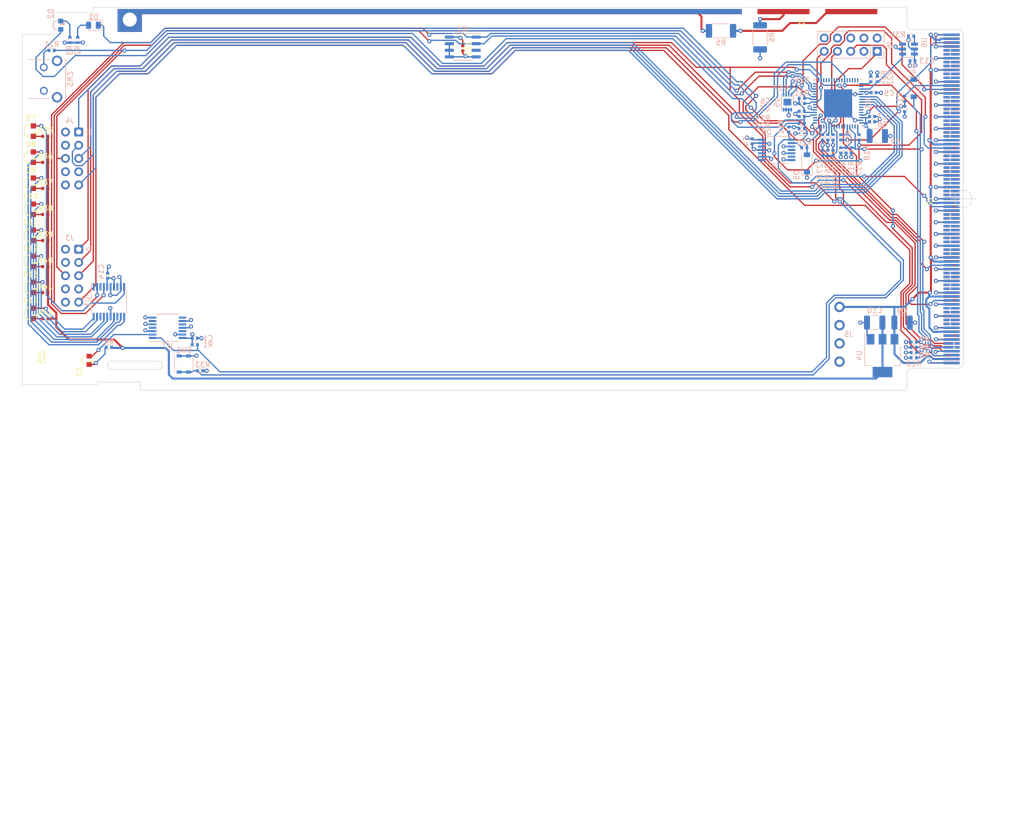
<source format=kicad_pcb>
(kicad_pcb (version 20211014) (generator pcbnew)
  (title_block (title "AMC Template") (date "2023-01-04") (rev "v1.0") (company "Karlsruhe Institute of Technology (KIT)") (comment 1 "Institute for Data Processing and Electronics (IPE)") (comment 2 "Carsten Schmerbeck") (comment 3 "Luis Ardila") (comment 4 "Licensed under CERN-OHL-P v2"))
  (layers (0 "F.Cu" signal) (1 "In1.Cu" signal) (2 "In2.Cu" signal) (31 "B.Cu" signal) (34 "B.Paste" user) (35 "F.Paste" user) (36 "B.SilkS" user "B.Silkscreen") (37 "F.SilkS" user "F.Silkscreen") (38 "B.Mask" user) (39 "F.Mask" user) (44 "Edge.Cuts" user))
  (net 0 "")
  (net 1 "+3V3")
  (net 2 "/MMC/LOCAL_JTAG.TRST")
  (net 3 "/AMC_PS0_N")
  (net 4 "+12V")
  (net 5 "/AMC_PS1_N")
  (net 6 "/AT24C512C/SDA")
  (net 7 "/AT24C512C/SCL")
  (net 8 "Net-(D1-Pad2)")
  (net 9 "Net-(D2-Pad2)")
  (net 10 "Net-(D3-Pad2)")
  (net 11 "GND")
  (net 18 "/MMC/ISP_MOSI")
  (net 31 "/MMC/ISP_RST")
  (net 40 "/MMC/ISP_SCK")
  (net 49 "/MMC/ISP_MISO")
  (net 109 "/mech/ESD1")
  (net 110 "/mech/ESD2")
  (net 111 "GNDPWR")
  (net 112 "/JTAG.TCK")
  (net 113 "/JTAG.TMS")
  (net 114 "/MMC/Addr_Enable")
  (net 115 "/MMC/Handle")
  (net 116 "/ENABLE")
  (net 117 "+5V")
  (net 118 "/MMC/nLED.RED")
  (net 119 "/MMC/nLED.GREEN")
  (net 120 "Net-(D3-Pad1)")
  (net 121 "/JTAG.TRST")
  (net 122 "/GA0")
  (net 123 "/GA1")
  (net 124 "/GA2")
  (net 125 "/SCL")
  (net 126 "/SDA")
  (net 127 "/JTAG.TDO")
  (net 128 "/MMC/nLED.BLUE")
  (net 129 "/JTAG.TDI")
  (net 130 "/MMC/nENABLE")
  (net 142 "/MMC/PRESENCE_12V")
  (net 144 "Net-(R14-Pad1)")
  (net 146 "Net-(R18-Pad2)")
  (net 147 "Net-(R21-Pad2)")
  (net 149 "/MMC/LOW_VOLTAGE_POK")
  (net 150 "/MMC/RTM_PS")
  (net 153 "Net-(R34-Pad1)")
  (net 154 "/MMC/USER_DEFINED_PE4")
  (net 155 "/MMC/USER_DEFINED_PE5")
  (net 156 "/MMC/USER_DEFINED_PE6")
  (net 157 "/MMC/USER_DEFINED_PE7")
  (net 159 "/MMC/LOCAL_RESET_FPGAS_N")
  (net 162 "/MMC/LOCAL_RELOAD_FPGAS_N")
  (net 163 "/MMC/LOCAL_FPGA2_INIT_DONE")
  (net 164 "/MMC/LOCAL_FPGA1_INIT_DONE")
  (net 165 "/MMC/LOCAL_REG_ENABLE")
  (net 167 "/MMC/LOCAL_DCDC_ENABLE")
  (net 168 "/MMC/RTM_I2C_ENABLE")
  (net 169 "/MMC/RTM_3V3_ENABLE")
  (net 170 "/MMC/RTM_12V_ENABLE")
  (net 171 "/MMC/TDI")
  (net 172 "/MMC/TDO")
  (net 173 "/MMC/TMS")
  (net 174 "/MMC/TCK")
  (net 175 "/MMC/USER_DEFINED_PF3_ADC3")
  (net 176 "/MMC/USER_DEFINED_PF2_ADC2")
  (net 177 "/MMC/USER_DEFINED_PF1_ADC1")
  (net 179 "Net-(D7-Pad2)")
  (net 180 "Net-(D8-Pad2)")
  (net 181 "Net-(D9-Pad2)")
  (net 182 "Net-(D10-Pad2)")
  (net 183 "Net-(D11-Pad2)")
  (net 184 "Net-(D12-Pad2)")
  (net 185 "Net-(D13-Pad2)")
  (net 186 "Net-(D14-Pad2)")
  (net 190 "Net-(D7-Pad1)")
  (net 191 "Net-(D8-Pad1)")
  (net 192 "Net-(D9-Pad1)")
  (net 194 "Net-(D10-Pad1)")
  (net 195 "Net-(D11-Pad1)")
  (net 196 "Net-(D12-Pad1)")
  (net 198 "Net-(D13-Pad1)")
  (net 199 "Net-(D14-Pad1)")
  (footprint "KIT_Connector:AMC Card-edge" (layer "F.Cu") (at 225 70)
    (fp_text reference "J2")
    (fp_text value "AMC_Extended_Edge_Connector")
  )
  (footprint "KIT_LED_SMD:APA1606x" (layer "F.Cu") (at 57.2 101 -90)
    (fp_text reference "D3")
    (fp_text value "BLUE")
  )
  (footprint "Resistor_SMD:R_0402_1005Metric" (layer "F.Cu") (at 48.8 63)
    (fp_text reference "R36")
    (fp_text value "150")
  )
  (footprint "Capacitor_SMD:C_0402_1005Metric" (layer "F.Cu") (at 128.925 41.095 -90)
    (fp_text reference "C11")
    (fp_text value "100nF")
  )
  (footprint "Resistor_SMD:R_0402_1005Metric" (layer "F.Cu") (at 48.8 88)
    (fp_text reference "R41")
    (fp_text value "150")
  )
  (footprint "KIT_Mechanical:20849-270" (layer "F.Cu") (at 48.15 103.5)
    (fp_text reference "A1")
    (fp_text value "AMC_FrontPanel")
  )
  (footprint "KIT_Mechanical:AMC_ESD_strip" (layer "F.Cu") (at 225 70)
    (fp_text reference "J1")
    (fp_text value "AMC_ESD_strip")
  )
  (footprint "KIT_LED_SMD:APA2106x" (layer "F.Cu") (at 46.5 77 -90)
    (fp_text reference "D11")
    (fp_text value "GRN")
  )
  (footprint "Resistor_SMD:R_0402_1005Metric" (layer "F.Cu") (at 48.8 73)
    (fp_text reference "R38")
    (fp_text value "150")
  )
  (footprint "Resistor_SMD:R_0402_1005Metric" (layer "F.Cu") (at 48.8 68)
    (fp_text reference "R37")
    (fp_text value "150")
  )
  (footprint "KIT_LED_SMD:APA2106x" (layer "F.Cu") (at 46.5 67 -90)
    (fp_text reference "D9")
    (fp_text value "GRN")
  )
  (footprint "KIT_LED_SMD:APA2106x" (layer "F.Cu") (at 46.5 87 -90)
    (fp_text reference "D13")
    (fp_text value "GRN")
  )
  (footprint "KIT_LED_SMD:APA2106x" (layer "F.Cu") (at 46.5 62 -90)
    (fp_text reference "D8")
    (fp_text value "GRN")
  )
  (footprint "Resistor_SMD:R_0402_1005Metric" (layer "F.Cu") (at 48.8 83)
    (fp_text reference "R40")
    (fp_text value "150")
  )
  (footprint "KIT_LED_SMD:APA2106x" (layer "F.Cu") (at 46.5 82 -90)
    (fp_text reference "D12")
    (fp_text value "GRN")
  )
  (footprint "Resistor_SMD:R_0402_1005Metric" (layer "F.Cu") (at 48.8 93)
    (fp_text reference "R42")
    (fp_text value "150")
  )
  (footprint "KIT_LED_SMD:APA2106x" (layer "F.Cu") (at 46.5 72 -90)
    (fp_text reference "D10")
    (fp_text value "GRN")
  )
  (footprint "Resistor_SMD:R_0402_1005Metric" (layer "F.Cu") (at 48.8 58)
    (fp_text reference "R35")
    (fp_text value "150")
  )
  (footprint "MountingHole:MountingHole_2.7mm" (layer "F.Cu") (at 48.15 103.5)
    (fp_text reference "H1")
    (fp_text value "MountingHole")
  )
  (footprint "KIT_LED_SMD:APA2106x" (layer "F.Cu") (at 46.5 92 -90)
    (fp_text reference "D14")
    (fp_text value "GRN")
  )
  (footprint "Resistor_SMD:R_0402_1005Metric" (layer "F.Cu") (at 48.8 78)
    (fp_text reference "R39")
    (fp_text value "150")
  )
  (footprint "KIT_LED_SMD:APA2106x" (layer "F.Cu") (at 46.5 57 -90)
    (fp_text reference "D7")
    (fp_text value "GRN")
  )
  (footprint "Package_DFN_QFN:DFN-8-1EP_3x2mm_P0.5mm_EP1.3x1.5mm" (layer "B.Cu") (at 191.25 51.44 90)
    (fp_text reference "U5")
    (fp_text value "AT24C512C")
  )
  (footprint "Connector_PinHeader_2.54mm:PinHeader_2x05_P2.54mm_Vertical" (layer "B.Cu") (at 208.475 41.675 90)
    (fp_text reference "J6")
    (fp_text value "Conn_02x05_Odd_Even")
  )
  (footprint "Resistor_SMD:R_0402_1005Metric" (layer "B.Cu") (at 208.5 47 -90)
    (fp_text reference "R23")
    (fp_text value "33k")
  )
  (footprint "Capacitor_SMD:C_0402_1005Metric" (layer "B.Cu") (at 215.25 43.5 180)
    (fp_text reference "C13")
    (fp_text value "100nF")
  )
  (footprint "Resistor_SMD:R_0402_1005Metric" (layer "B.Cu") (at 207.25 47 -90)
    (fp_text reference "R24")
    (fp_text value "33k")
  )
  (footprint "Resistor_SMD:R_0402_1005Metric" (layer "B.Cu") (at 198 61.19 -90)
    (fp_text reference "R32")
    (fp_text value "33k")
  )
  (footprint "Resistor_SMD:R_0402_1005Metric" (layer "B.Cu") (at 203.5 60.69 90)
    (fp_text reference "R17")
    (fp_text value "390k")
  )
  (footprint "KIT_Switch:20849-209" (layer "B.Cu") (at 75.38 101.7 180)
    (fp_text reference "SW1")
    (fp_text value "20849-209")
  )
  (footprint "LED_SMD:LED_0805_2012Metric" (layer "B.Cu") (at 58.03 36.67 180)
    (fp_text reference "D1")
    (fp_text value "RED")
  )
  (footprint "KIT_Connector:PinHeader-4_P3.5mm" (layer "B.Cu") (at 201.25 96 180)
    (fp_text reference "J5")
    (fp_text value "Conn_3V3_EXT")
  )
  (footprint "Package_SO:TSSOP-14_4.4x5mm_P0.65mm" (layer "B.Cu") (at 189.175238 60.605 180)
    (fp_text reference "U2")
    (fp_text value "SN74LVC06APWR")
  )
  (footprint "Resistor_SMD:R_0402_1005Metric" (layer "B.Cu") (at 191.5 56.69 90)
    (fp_text reference "R11")
    (fp_text value "10k")
  )
  (footprint "Capacitor_SMD:C_1210_3225Metric" (layer "B.Cu") (at 208.5 57.94)
    (fp_text reference "C2")
    (fp_text value "10uF")
  )
  (footprint "Capacitor_SMD:C_0402_1005Metric" (layer "B.Cu") (at 194 54.19 180)
    (fp_text reference "C7")
    (fp_text value "100nF")
  )
  (footprint "Resistor_SMD:R_0402_1005Metric" (layer "B.Cu") (at 202.5 60.69 -90)
    (fp_text reference "R15")
    (fp_text value "4k7")
  )
  (footprint "Diode_SMD:D_SOD-123" (layer "B.Cu") (at 195 63.19 90)
    (fp_text reference "D5")
    (fp_text value "BAT46GWX")
  )
  (footprint "Capacitor_SMD:C_0402_1005Metric" (layer "B.Cu") (at 77.48 96.75)
    (fp_text reference "C1")
    (fp_text value "100nF")
  )
  (footprint "KIT_LED_SMD:APA1606x" (layer "B.Cu") (at 51.74 36.67 90)
    (fp_text reference "D2")
    (fp_text value "GRN")
  )
  (footprint "Resistor_SMD:R_0402_1005Metric" (layer "B.Cu") (at 77.5 98 180)
    (fp_text reference "R1")
    (fp_text value "10k")
  )
  (footprint "Resistor_SMD:R_0402_1005Metric" (layer "B.Cu") (at 200 61.19 -90)
    (fp_text reference "R28")
    (fp_text value "33k")
  )
  (footprint "Resistor_SMD:R_0402_1005Metric" (layer "B.Cu") (at 213.75 50.75 90)
    (fp_text reference "R12")
    (fp_text value "150k")
  )
  (footprint "Resistor_SMD:R_2010_5025Metric" (layer "B.Cu") (at 178.5 37.75)
    (fp_text reference "R5")
    (fp_text value "10M 2kV")
  )
  (footprint "Resistor_SMD:R_0402_1005Metric" (layer "B.Cu") (at 215.51 100.5)
    (fp_text reference "R10")
    (fp_text value "10k")
  )
  (footprint "Capacitor_SMD:C_0402_1005Metric" (layer "B.Cu") (at 184.5 58.94 -90)
    (fp_text reference "C4")
    (fp_text value "100nF")
  )
  (footprint "Capacitor_SMD:C_0402_1005Metric" (layer "B.Cu") (at 207.5 55.19)
    (fp_text reference "C8")
    (fp_text value "100nF")
  )
  (footprint "Capacitor_SMD:C_0402_1005Metric" (layer "B.Cu") (at 192.5 48.44 180)
    (fp_text reference "C12")
    (fp_text value "100nF")
  )
  (footprint "Resistor_SMD:R_0402_1005Metric" (layer "B.Cu") (at 194 50.69)
    (fp_text reference "R29")
    (fp_text value "33k")
  )
  (footprint "Resistor_SMD:R_0402_1005Metric" (layer "B.Cu") (at 61 98.5)
    (fp_text reference "R4")
    (fp_text value "82")
  )
  (footprint "Diode_SMD:D_SOD-923" (layer "B.Cu") (at 194 57.44 180)
    (fp_text reference "D6")
    (fp_text value "DZ9F3V6S92-7")
  )
  (footprint "Resistor_SMD:R_0402_1005Metric" (layer "B.Cu") (at 198 58.19 -90)
    (fp_text reference "R27")
    (fp_text value "330")
  )
  (footprint "Resistor_SMD:R_0402_1005Metric" (layer "B.Cu") (at 201.5 60.69 90)
    (fp_text reference "R16")
    (fp_text value "330")
  )
  (footprint "Resistor_SMD:R_0402_1005Metric" (layer "B.Cu") (at 201.5 58.19 -90)
    (fp_text reference "R14")
    (fp_text value "150k")
  )
  (footprint "KIT_Switch:PTS645VK83-2" (layer "B.Cu") (at 48.5 47 90)
    (fp_text reference "SW2")
    (fp_text value "PTS645VK83-2 LFS")
  )
  (footprint "Capacitor_SMD:C_1210_3225Metric" (layer "B.Cu") (at 213.25 93.75)
    (fp_text reference "C9")
    (fp_text value "10uF")
  )
  (footprint "Package_SO:TSSOP-20_4.4x6.5mm_P0.65mm" (layer "B.Cu") (at 61 89.75 -90)
    (fp_text reference "U1")
    (fp_text value "PCF8574PW")
  )
  (footprint "KIT_Connector:IDC-Header_2x05_P2.54mm_Horizontal_withoutsilkscreen" (layer "B.Cu") (at 55.1975 79.67 180)
    (fp_text reference "J3")
    (fp_text value "Conn_02x05_Odd_Even")
  )
  (footprint "Capacitor_SMD:C_0402_1005Metric" (layer "B.Cu") (at 207.5 54.19)
    (fp_text reference "C3")
    (fp_text value "100nF")
  )
  (footprint "Resistor_SMD:R_0402_1005Metric" (layer "B.Cu") (at 215.5 97.5)
    (fp_text reference "R7")
    (fp_text value "10k")
  )
  (footprint "Resistor_SMD:R_0402_1005Metric" (layer "B.Cu") (at 199 58.19 -90)
    (fp_text reference "R26")
    (fp_text value "330")
  )
  (footprint "Package_SO:TSSOP-14_4.4x5mm_P0.65mm" (layer "B.Cu") (at 72.25 94.75)
    (fp_text reference "U7")
    (fp_text value "SN74LVC07APW")
  )
  (footprint "Diode_SMD:D_SOD-123" (layer "B.Cu") (at 215.5 48.75 -90)
    (fp_text reference "D4")
    (fp_text value "BAT46GWX")
  )
  (footprint "Resistor_SMD:R_0402_1005Metric" (layer "B.Cu") (at 194 55.5 180)
    (fp_text reference "R19")
    (fp_text value "330")
  )
  (footprint "Resistor_SMD:R_0402_1005Metric" (layer "B.Cu") (at 194 51.69)
    (fp_text reference "R31")
    (fp_text value "33k")
  )
  (footprint "Resistor_SMD:R_0402_1005Metric" (layer "B.Cu") (at 194.5 60.19 180)
    (fp_text reference "R20")
    (fp_text value "330")
  )
  (footprint "Resistor_SMD:R_0402_1005Metric" (layer "B.Cu") (at 215 38.75 180)
    (fp_text reference "R34")
    (fp_text value "51k")
  )
  (footprint "Resistor_SMD:R_0402_1005Metric" (layer "B.Cu") (at 53.5 39.5 -90)
    (fp_text reference "R3")
    (fp_text value "68")
  )
  (footprint "Capacitor_SMD:C_1210_3225Metric" (layer "B.Cu") (at 208 93.75 180)
    (fp_text reference "C10")
    (fp_text value "10uF")
  )
  (footprint "Package_TO_SOT_SMD:SOT-23-6" (layer "B.Cu") (at 214.5 41.25)
    (fp_text reference "U6")
    (fp_text value "TPS3808DBV")
  )
  (footprint "Resistor_SMD:R_0402_1005Metric" (layer "B.Cu") (at 50 41.5 180)
    (fp_text reference "R21")
    (fp_text value "330")
  )
  (footprint "Resistor_SMD:R_2010_5025Metric" (layer "B.Cu") (at 186 39 90)
    (fp_text reference "R6")
    (fp_text value "10M 2kV")
  )
  (footprint "Capacitor_SMD:C_0402_1005Metric" (layer "B.Cu") (at 207.8 49.6 180)
    (fp_text reference "C5")
    (fp_text value "470nF")
  )
  (footprint "Resistor_SMD:R_0402_1005Metric" (layer "B.Cu") (at 199 61.19 -90)
    (fp_text reference "R30")
    (fp_text value "33k")
  )
  (footprint "Resistor_SMD:R_0402_1005Metric" (layer "B.Cu") (at 78.5 103 180)
    (fp_text reference "R33")
    (fp_text value "33k")
  )
  (footprint "Capacitor_SMD:C_0402_1005Metric" (layer "B.Cu") (at 60.75 84.75 90)
    (fp_text reference "C14")
    (fp_text value "100nF")
  )
  (footprint "Package_TO_SOT_SMD:SOT-223-3_TabPin2" (layer "B.Cu") (at 209.5 100.1 -90)
    (fp_text reference "U4")
    (fp_text value "LM1117-5.0")
  )
  (footprint "Resistor_SMD:R_0402_1005Metric" (layer "B.Cu") (at 205 58.19 90)
    (fp_text reference "R18")
    (fp_text value "DNP")
  )
  (footprint "Resistor_SMD:R_0402_1005Metric" (layer "B.Cu") (at 213.75 52.75 90)
    (fp_text reference "R13" hide)
    (fp_text value "30k")
  )
  (footprint "Resistor_SMD:R_0402_1005Metric" (layer "B.Cu") (at 215.5 98.5)
    (fp_text reference "R8")
    (fp_text value "10k")
  )
  (footprint "KIT_Connector:IDC-Header_2x05_P2.54mm_Horizontal_withoutsilkscreen" (layer "B.Cu") (at 55.1975 57.17 180)
    (fp_text reference "J4")
    (fp_text value "Conn_02x05_Odd_Even")
  )
  (footprint "Resistor_SMD:R_0402_1005Metric" (layer "B.Cu") (at 55 39.5 -90)
    (fp_text reference "R2")
    (fp_text value "68")
  )
  (footprint "Package_SO:SO-8_3.9x4.9mm_P1.27mm" (layer "B.Cu") (at 128.925 40.845 180)
    (fp_text reference "IC1")
    (fp_text value "LM75AD,118")
  )
  (footprint "Resistor_SMD:R_0402_1005Metric" (layer "B.Cu") (at 194 56.5 180)
    (fp_text reference "R22")
    (fp_text value "12k")
  )
  (footprint "Resistor_SMD:R_0402_1005Metric" (layer "B.Cu") (at 215.51 99.5)
    (fp_text reference "R9")
    (fp_text value "10k")
  )
  (footprint "Package_DFN_QFN:QFN-64-1EP_9x9mm_P0.5mm_EP5.4x5.4mm" (layer "B.Cu") (at 200.975 51.665 90)
    (fp_text reference "U3")
    (fp_text value "ATmega128L-8MU")
  )
  (footprint "Resistor_SMD:R_0402_1005Metric" (layer "B.Cu") (at 200 58.19 -90)
    (fp_text reference "R25")
    (fp_text value "330")
  )
  (footprint "Capacitor_SMD:C_0402_1005Metric" (layer "B.Cu") (at 194 53.19 180)
    (fp_text reference "C6")
    (fp_text value "470nF")
  )
  (gr_line (start 50.4 38.45) (end 44.4 38.45) (layer "Edge.Cuts") (width 0.1))
  (gr_line (start 67 106.75) (end 213.7 106.75) (layer "Edge.Cuts") (width 0.1))
  (gr_arc (start 214.2 103.5) (mid 214.492893 102.792893) (end 215.2 102.5) (layer "Edge.Cuts") (width 0.1))
  (gr_arc (start 61.5 102.75) (mid 60.7 101.95) (end 61.5 101.15) (layer "Edge.Cuts") (width 0.1))
  (gr_line (start 225 101.9) (end 224.4 102.5) (layer "Edge.Cuts") (width 0.1))
  (gr_line (start 50.4 34.25) (end 50.4 38.45) (layer "Edge.Cuts") (width 0.1))
  (gr_line (start 214.2 103.5) (end 214.2 106.25) (layer "Edge.Cuts") (width 0.1))
  (gr_arc (start 213.7 33.25) (mid 214.053553 33.396447) (end 214.2 33.75) (layer "Edge.Cuts") (width 0.1))
  (gr_line (start 58 34.25) (end 50.4 34.25) (layer "Edge.Cuts") (width 0.1))
  (gr_line (start 58 33.25) (end 58 34.25) (layer "Edge.Cuts") (width 0.1))
  (gr_line (start 70.5 102.75) (end 61.5 102.75) (layer "Edge.Cuts") (width 0.1))
  (gr_arc (start 70.5 101.15) (mid 71.3 101.95) (end 70.5 102.75) (layer "Edge.Cuts") (width 0.1))
  (gr_line (start 214.2 33.75) (end 214.2 36.5) (layer "Edge.Cuts") (width 0.1))
  (gr_line (start 225 38.1) (end 225 101.9) (layer "Edge.Cuts") (width 0.1))
  (gr_line (start 61.5 101.15) (end 70.5 101.15) (layer "Edge.Cuts") (width 0.1))
  (gr_line (start 215.2 102.5) (end 224.4 102.5) (layer "Edge.Cuts") (width 0.1))
  (gr_arc (start 214.2 106.25) (mid 214.053553 106.603553) (end 213.7 106.75) (layer "Edge.Cuts") (width 0.1))
  (gr_line (start 213.7 33.25) (end 58 33.25) (layer "Edge.Cuts") (width 0.1))
  (gr_line (start 225 38.1) (end 224.4 37.5) (layer "Edge.Cuts") (width 0.1))
  (gr_line (start 224.4 37.5) (end 215.2 37.5) (layer "Edge.Cuts") (width 0.1))
  (gr_line (start 44.4 38.45) (end 44.4 105.65) (layer "Edge.Cuts") (width 0.1))
  (gr_line (start 67 105.15) (end 58.76 105.15) (layer "Edge.Cuts") (width 0.1))
  (gr_line (start 58.76 105.65) (end 44.4 105.65) (layer "Edge.Cuts") (width 0.1))
  (gr_line (start 67 105.15) (end 67 106.75) (layer "Edge.Cuts") (width 0.1))
  (gr_arc (start 215.2 37.5) (mid 214.492893 37.207107) (end 214.2 36.5) (layer "Edge.Cuts") (width 0.1))
  (gr_line (start 58.76 105.15) (end 58.76 105.65) (layer "Edge.Cuts") (width 0.1))
  (target plus (at 225 70) (size 5) (width 0.1) (layer "Edge.Cuts"))
  (segment (start 128.925 40.615) (end 128.925 39.555) (width 0.25) (layer "F.Cu") (net 1))
  (segment (start 128.925 39.555) (end 128.465 39.095) (width 0.25) (layer "F.Cu") (net 1))
  (via (at 202.5 61.9655) (size 0.8) (drill 0.4) (layers "F.Cu" "B.Cu") (net 1))
  (via (at 206.46428 49.6395) (size 0.8) (drill 0.4) (layers "F.Cu" "B.Cu") (net 1))
  (via (at 61.8875 85.23) (size 0.8) (drill 0.4) (layers "F.Cu" "B.Cu") (net 1))
  (via (at 214.49 39.51) (size 0.8) (drill 0.4) (layers "F.Cu" "B.Cu") (net 1))
  (via (at 219.7 99.37402) (size 0.8) (drill 0.4) (layers "F.Cu" "B.Cu") (net 1))
  (via (at 56 40) (size 0.8) (drill 0.4) (layers "F.Cu" "B.Cu") (net 1))
  (via (at 208.5 45.75) (size 0.8) (drill 0.4) (layers "F.Cu" "B.Cu") (net 1))
  (via (at 193.449049 47.360361) (size 0.8) (drill 0.4) (layers "F.Cu" "B.Cu") (net 1))
  (via (at 192.75 51.69) (size 0.8) (drill 0.4) (layers "F.Cu" "B.Cu") (net 1))
  (via (at 215.8 44.4) (size 0.8) (drill 0.4) (layers "F.Cu" "B.Cu") (net 1))
  (via (at 195 65.94) (size 0.8) (drill 0.4) (layers "F.Cu" "B.Cu") (net 1))
  (via (at 207.25 45.75) (size 0.8) (drill 0.4) (layers "F.Cu" "B.Cu") (net 1))
  (via (at 214 98.5) (size 0.8) (drill 0.4) (layers "F.Cu" "B.Cu") (net 1))
  (via (at 214 100.5) (size 0.8) (drill 0.4) (layers "F.Cu" "B.Cu") (net 1))
  (via (at 128.465 39.095) (size 0.8) (drill 0.4) (layers "F.Cu" "B.Cu") (net 1))
  (via (at 206.25 55.94) (size 0.8) (drill 0.4) (layers "F.Cu" "B.Cu") (net 1))
  (via (at 183.5 58.25) (size 0.8) (drill 0.4) (layers "F.Cu" "B.Cu") (net 1))
  (via (at 79.75 103) (size 0.8) (drill 0.4) (layers "F.Cu" "B.Cu") (net 1))
  (via (at 192.5 56.25) (size 0.8) (drill 0.4) (layers "F.Cu" "B.Cu") (net 1))
  (via (at 77 96) (size 0.8) (drill 0.4) (layers "F.Cu" "B.Cu") (net 1))
  (via (at 52.5 40) (size 0.8) (drill 0.4) (layers "F.Cu" "B.Cu") (net 1))
  (segment (start 208.5 46.49) (end 208.5 45.75) (width 0.25) (layer "B.Cu") (net 1))
  (segment (start 60.675 86.8875) (end 60.675 85.305) (width 0.25) (layer "B.Cu") (net 1))
  (segment (start 55 40.01) (end 55.99 40.01) (width 0.4) (layer "B.Cu") (net 1))
  (segment (start 206.275 55.915) (end 206.25 55.94) (width 0.25) (layer "B.Cu") (net 1))
  (segment (start 193.449049 47.360361) (end 192.98 47.82941) (width 0.25) (layer "B.Cu") (net 1))
  (segment (start 126.35 38.94) (end 128.31 38.94) (width 0.25) (layer "B.Cu") (net 1))
  (segment (start 183.71 58.46) (end 183.5 58.25) (width 0.25) (layer "B.Cu") (net 1))
  (segment (start 61.8875 85.23) (end 60.75 85.23) (width 0.25) (layer "B.Cu") (net 1))
  (segment (start 207.025 56.715) (end 206.25 55.94) (width 0.25) (layer "B.Cu") (net 1))
  (segment (start 194.48 53.19) (end 194.48 52.67) (width 0.25) (layer "B.Cu") (net 1))
  (segment (start 193 48.94) (end 193 48.46) (width 0.25) (layer "B.Cu") (net 1))
  (segment (start 214.49 40.74) (end 215 41.25) (width 0.25) (layer "B.Cu") (net 1))
  (segment (start 219.82402 99.25) (end 219.7 99.37402) (width 0.25) (layer "B.Cu") (net 1))
  (segment (start 202.5 61.2) (end 202.5 61.9655) (width 0.25) (layer "B.Cu") (net 1))
  (segment (start 215.8 44.4) (end 215.73 44.33) (width 0.25) (layer "B.Cu") (net 1))
  (segment (start 206.50378 49.6) (end 207.32 49.6) (width 0.25) (layer "B.Cu") (net 1))
  (segment (start 77 96.75) (end 77 96) (width 0.25) (layer "B.Cu") (net 1))
  (segment (start 52.51 40.01) (end 52.5 40) (width 0.4) (layer "B.Cu") (net 1))
  (segment (start 193.5 51.69) (end 193.49 51.69) (width 0.25) (layer "B.Cu") (net 1))
  (segment (start 206.275 54.415) (end 206.795 54.415) (width 0.25) (layer "B.Cu") (net 1))
  (segment (start 53.5 40.01) (end 52.51 40.01) (width 0.4) (layer "B.Cu") (net 1))
  (segment (start 205.4125 54.415) (end 206.275 54.415) (width 0.25) (layer "B.Cu") (net 1))
  (segment (start 206.23978 49.415) (end 205.4125 49.415) (width 0.25) (layer "B.Cu") (net 1))
  (segment (start 193.49 50.69) (end 193.49 51.69) (width 0.25) (layer "B.Cu") (net 1))
  (segment (start 192.43 56.18) (end 191.5 56.18) (width 0.25) (layer "B.Cu") (net 1))
  (segment (start 214.99 98.5) (end 214 98.5) (width 0.25) (layer "B.Cu") (net 1))
  (segment (start 193 48.46) (end 192.98 48.44) (width 0.25) (layer "B.Cu") (net 1))
  (segment (start 222.75 99.25) (end 219.82402 99.25) (width 0.25) (layer "B.Cu") (net 1))
  (segment (start 55 40.01) (end 53.5 40.01) (width 0.4) (layer "B.Cu") (net 1))
  (segment (start 184.695 58.655) (end 184.5 58.46) (width 0.25) (layer "B.Cu") (net 1))
  (segment (start 60.675 85.305) (end 60.75 85.23) (width 0.25) (layer "B.Cu") (net 1))
  (segment (start 192 49.99) (end 192 49.94) (width 0.25) (layer "B.Cu") (net 1))
  (segment (start 206.275 55.415) (end 206.275 55.915) (width 0.25) (layer "B.Cu") (net 1))
  (segment (start 75.1625 96.75) (end 75.1125 96.7) (width 0.25) (layer "B.Cu") (net 1))
  (segment (start 55.99 40.01) (end 56 40) (width 0.4) (layer "B.Cu") (net 1))
  (segment (start 195 64.84) (end 195 65.94) (width 0.25) (layer "B.Cu") (net 1))
  (segment (start 79.01 103) (end 79.75 103) (width 0.25) (layer "B.Cu") (net 1))
  (segment (start 77 97.99) (end 76.99 98) (width 0.25) (layer "B.Cu") (net 1))
  (segment (start 206.275 54.415) (end 206.275 55.415) (width 0.25) (layer "B.Cu") (net 1))
  (segment (start 215.6375 43.4075) (end 215.73 43.5) (width 0.25) (layer "B.Cu") (net 1))
  (segment (start 192.98 47.82941) (end 192.98 48.44) (width 0.25) (layer "B.Cu") (net 1))
  (segment (start 207.25 46.49) (end 207.25 45.75) (width 0.25) (layer "B.Cu") (net 1))
  (segment (start 192.75 51.69) (end 193.49 51.69) (width 0.25) (layer "B.Cu") (net 1))
  (segment (start 215.6375 42.2) (end 215.6375 43.4075) (width 0.25) (layer "B.Cu") (net 1))
  (segment (start 205.4125 55.415) (end 206.275 55.415) (width 0.25) (layer "B.Cu") (net 1))
  (segment (start 215 41.25) (end 215.6375 41.25) (width 0.25) (layer "B.Cu") (net 1))
  (segment (start 186.312738 58.655) (end 184.695 58.655) (width 0.25) (layer "B.Cu") (net 1))
  (segment (start 61.975 86.8875) (end 61.975 85.3175) (width 0.25) (layer "B.Cu") (net 1))
  (segment (start 206.795 55.415) (end 207.02 55.19) (width 0.25) (layer "B.Cu") (net 1))
  (segment (start 194.48 52.67) (end 193.5 51.69) (width 0.25) (layer "B.Cu") (net 1))
  (segment (start 207.025 57.94) (end 207.025 56.715) (width 0.25) (layer "B.Cu") (net 1))
  (segment (start 77 96.75) (end 77 97.99) (width 0.25) (layer "B.Cu") (net 1))
  (segment (start 192.5 56.25) (end 192.43 56.18) (width 0.25) (layer "B.Cu") (net 1))
  (segment (start 77 96.75) (end 75.1625 96.75) (width 0.25) (layer "B.Cu") (net 1))
  (segment (start 61.975 85.3175) (end 61.8875 85.23) (width 0.25) (layer "B.Cu") (net 1))
  (segment (start 206.46428 49.6395) (end 206.50378 49.6) (width 0.25) (layer "B.Cu") (net 1))
  (segment (start 215 100.5) (end 214 100.5) (width 0.25) (layer "B.Cu") (net 1))
  (segment (start 194.705 53.415) (end 194.48 53.19) (width 0.25) (layer "B.Cu") (net 1))
  (segment (start 196.5375 53.415) (end 194.705 53.415) (width 0.25) (layer "B.Cu") (net 1))
  (segment (start 215.73 44.33) (end 215.73 43.5) (width 0.25) (layer "B.Cu") (net 1))
  (segment (start 214.49 38.75) (end 214.49 40.74) (width 0.25) (layer "B.Cu") (net 1))
  (segment (start 206.275 55.415) (end 206.795 55.415) (width 0.25) (layer "B.Cu") (net 1))
  (segment (start 193.49 56.5) (end 193.24 56.25) (width 0.25) (layer "B.Cu") (net 1))
  (segment (start 184.5 58.46) (end 183.71 58.46) (width 0.25) (layer "B.Cu") (net 1))
  (segment (start 193.24 56.25) (end 192.5 56.25) (width 0.25) (layer "B.Cu") (net 1))
  (segment (start 206.46428 49.6395) (end 206.23978 49.415) (width 0.25) (layer "B.Cu") (net 1))
  (segment (start 215.6375 41.25) (end 215.6375 42.2) (width 0.25) (layer "B.Cu") (net 1))
  (segment (start 206.795 54.415) (end 207.02 54.19) (width 0.25) (layer "B.Cu") (net 1))
  (segment (start 192 49.94) (end 193 48.94) (width 0.25) (layer "B.Cu") (net 1))
  (segment (start 128.31 38.94) (end 128.465 39.095) (width 0.25) (layer "B.Cu") (net 1))
  (segment (start 51 54.135718) (end 51 62.25) (width 0.25) (layer "F.Cu") (net 2))
  (segment (start 63.623419 41.512299) (end 51 54.135718) (width 0.25) (layer "F.Cu") (net 2))
  (segment (start 51 62.25) (end 51 83.0925) (width 0.25) (layer "F.Cu") (net 2))
  (segment (start 51 83.0925) (end 52.6575 84.75) (width 0.25) (layer "F.Cu") (net 2))
  (segment (start 64.012299 41.512299) (end 63.623419 41.512299) (width 0.25) (layer "F.Cu") (net 2))
  (segment (start 52.6575 62.25) (end 51 62.25) (width 0.25) (layer "F.Cu") (net 2))
  (via (at 64.012299 41.512299) (size 0.8) (drill 0.4) (layers "F.Cu" "B.Cu") (net 2))
  (segment (start 194.48 54.19) (end 195.5 54.19) (width 0.25) (layer "B.Cu") (net 2))
  (segment (start 195.01 61.53) (end 195 61.54) (width 0.25) (layer "B.Cu") (net 2))
  (segment (start 195.01 57.68) (end 195.01 57.45) (width 0.25) (layer "B.Cu") (net 2))
  (segment (start 185.25 52.75) (end 185.25 51.5) (width 0.25) (layer "B.Cu") (net 2))
  (segment (start 181.901835 48.13952) (end 181.13952 48.13952) (width 0.25) (layer "B.Cu") (net 2))
  (segment (start 194.51 55.5) (end 194.51 56.5) (width 0.25) (layer "B.Cu") (net 2))
  (segment (start 195.01 57) (end 195.01 57.43) (width 0.25) (layer "B.Cu") (net 2))
  (segment (start 194.25 58.44) (end 195.01 57.68) (width 0.25) (layer "B.Cu") (net 2))
  (segment (start 194.39452 54.85548) (end 190.875 54.85548) (width 0.25) (layer "B.Cu") (net 2))
  (segment (start 194.48 55.47) (end 194.51 55.5) (width 0.25) (layer "B.Cu") (net 2))
  (segment (start 194.25 58.94) (end 194.25 58.44) (width 0.25) (layer "B.Cu") (net 2))
  (segment (start 195.01 59.7) (end 194.25 58.94) (width 0.25) (layer "B.Cu") (net 2))
  (segment (start 195.775 53.915) (end 196.5375 53.915) (width 0.25) (layer "B.Cu") (net 2))
  (segment (start 180.5 54) (end 181 53.5) (width 0.25) (layer "B.Cu") (net 2))
  (segment (start 189.48048 56.25) (end 181.75 56.25) (width 0.25) (layer "B.Cu") (net 2))
  (segment (start 72 37.75) (end 68.25 41.5) (width 0.25) (layer "B.Cu") (net 2))
  (segment (start 185.25 51.5) (end 183.212212 49.462212) (width 0.25) (layer "B.Cu") (net 2))
  (segment (start 194.51 56.5) (end 195.01 57) (width 0.25) (layer "B.Cu") (net 2))
  (segment (start 195.01 57.43) (end 195 57.44) (width 0.25) (layer "B.Cu") (net 2))
  (segment (start 180.5 55) (end 180.5 54) (width 0.25) (layer "B.Cu") (net 2))
  (segment (start 181.75 56.25) (end 180.5 55) (width 0.25) (layer "B.Cu") (net 2))
  (segment (start 194.48 54.77) (end 194.48 55.47) (width 0.25) (layer "B.Cu") (net 2))
  (segment (start 195.01 60.19) (end 195.01 59.7) (width 0.25) (layer "B.Cu") (net 2))
  (segment (start 190.875 54.85548) (end 189.48048 56.25) (width 0.25) (layer "B.Cu") (net 2))
  (segment (start 170.75 37.75) (end 72 37.75) (width 0.25) (layer "B.Cu") (net 2))
  (segment (start 195.01 60.19) (end 195.01 61.53) (width 0.25) (layer "B.Cu") (net 2))
  (segment (start 68.25 41.5) (end 64 41.5) (width 0.25) (layer "B.Cu") (net 2))
  (segment (start 195.01 57.45) (end 195 57.44) (width 0.25) (layer "B.Cu") (net 2))
  (segment (start 183.212212 49.462212) (end 183.212212 49.449897) (width 0.25) (layer "B.Cu") (net 2))
  (segment (start 194.48 54.77) (end 194.39452 54.85548) (width 0.25) (layer "B.Cu") (net 2))
  (segment (start 184.5 53.5) (end 185.25 52.75) (width 0.25) (layer "B.Cu") (net 2))
  (segment (start 195 57.44) (end 194.42 57.44) (width 0.25) (layer "B.Cu") (net 2))
  (segment (start 181 53.5) (end 184.5 53.5) (width 0.25) (layer "B.Cu") (net 2))
  (segment (start 194.48 54.19) (end 194.48 54.77) (width 0.25) (layer "B.Cu") (net 2))
  (segment (start 181.13952 48.13952) (end 170.75 37.75) (width 0.25) (layer "B.Cu") (net 2))
  (segment (start 183.212212 49.449897) (end 181.901835 48.13952) (width 0.25) (layer "B.Cu") (net 2))
  (segment (start 64 41.5) (end 50.51 41.5) (width 0.25) (layer "B.Cu") (net 2))
  (segment (start 195.5 54.19) (end 195.775 53.915) (width 0.25) (layer "B.Cu") (net 2))
  (segment (start 64 41.5) (end 64.012299 41.512299) (width 0.25) (layer "B.Cu") (net 2))
  (segment (start 207.0845 58.69) (end 202.7245 58.69) (width 0.25) (layer "F.Cu") (net 3))
  (segment (start 212.68393 53.198211) (end 212.576289 53.198211) (width 0.25) (layer "F.Cu") (net 3))
  (segment (start 212.576289 53.198211) (end 207.0845 58.69) (width 0.25) (layer "F.Cu") (net 3))
  (via (at 212.68393 53.198211) (size 0.8) (drill 0.4) (layers "F.Cu" "B.Cu") (net 3))
  (via (at 202.7245 58.69) (size 0.8) (drill 0.4) (layers "F.Cu" "B.Cu") (net 3))
  (segment (start 219.475386 40) (end 221.65 40) (width 0.25) (layer "B.Cu") (net 3))
  (segment (start 219.025489 40.449897) (end 219.475386 40) (width 0.25) (layer "B.Cu") (net 3))
  (segment (start 202.7245 58.69) (end 202.7145 58.7) (width 0.25) (layer "B.Cu") (net 3))
  (segment (start 215.5 47.1) (end 218.75 43.85) (width 0.25) (layer "B.Cu") (net 3))
  (segment (start 219.025489 40.474511) (end 219.025489 40.449897) (width 0.25) (layer "B.Cu") (net 3))
  (segment (start 212.25 52.764281) (end 212.25 49.810522) (width 0.25) (layer "B.Cu") (net 3))
  (segment (start 212.25 49.810522) (end 214.960522 47.1) (width 0.25) (layer "B.Cu") (net 3))
  (segment (start 214.960522 47.1) (end 215.5 47.1) (width 0.25) (layer "B.Cu") (net 3))
  (segment (start 212.68393 53.198211) (end 212.25 52.764281) (width 0.25) (layer "B.Cu") (net 3))
  (segment (start 218.75 43.85) (end 218.75 40.75) (width 0.25) (layer "B.Cu") (net 3))
  (segment (start 202.7145 58.7) (end 201.5 58.7) (width 0.25) (layer "B.Cu") (net 3))
  (segment (start 218.75 40.75) (end 219.025489 40.474511) (width 0.25) (layer "B.Cu") (net 3))
  (segment (start 216.5 88) (end 215.262299 89.237701) (width 0.4) (layer "F.Cu") (net 4))
  (segment (start 218.75 72.5) (end 218.75 81.25) (width 0.4) (layer "F.Cu") (net 4))
  (segment (start 218.75 59) (end 218.75 59.75) (width 0.4) (layer "F.Cu") (net 4))
  (segment (start 218.75 59.75) (end 218.75 67.75) (width 0.4) (layer "F.Cu") (net 4))
  (segment (start 218.6 88) (end 216.5 88) (width 0.4) (layer "F.Cu") (net 4))
  (segment (start 218.75 67.75) (end 218.75 72.5) (width 0.4) (layer "F.Cu") (net 4))
  (segment (start 218.799511 81.299511) (end 218.799511 87.800489) (width 0.4) (layer "F.Cu") (net 4))
  (segment (start 218.75 81.25) (end 218.799511 81.299511) (width 0.4) (layer "F.Cu") (net 4))
  (segment (start 218.75 45.25) (end 218.75 38.500497) (width 0.25) (layer "F.Cu") (net 4))
  (segment (start 218.75 58.5) (end 218.75 45.25) (width 0.4) (layer "F.Cu") (net 4))
  (segment (start 218.5 58.75) (end 218.75 59) (width 0.4) (layer "F.Cu") (net 4))
  (segment (start 218.5 58.75) (end 218.75 58.5) (width 0.4) (layer "F.Cu") (net 4))
  (segment (start 218.75 38.500497) (end 218.750497 38.5) (width 0.25) (layer "F.Cu") (net 4))
  (segment (start 218.799511 87.800489) (end 218.6 88) (width 0.4) (layer "F.Cu") (net 4))
  (via (at 218.75 67.75) (size 0.8) (drill 0.4) (layers "F.Cu" "B.Cu") (net 4))
  (via (at 218.5 58.75) (size 0.8) (drill 0.4) (layers "F.Cu" "B.Cu") (net 4))
  (via (at 215.262299 89.237701) (size 0.8) (drill 0.4) (layers "F.Cu" "B.Cu") (net 4))
  (via (at 218.6 88) (size 0.8) (drill 0.4) (layers "F.Cu" "B.Cu") (net 4))
  (via (at 218.750497 38.5) (size 0.8) (drill 0.4) (layers "F.Cu" "B.Cu") (net 4))
  (via (at 218.75 45.25) (size 0.8) (drill 0.4) (layers "F.Cu" "B.Cu") (net 4))
  (via (at 218.75 81.25) (size 0.8) (drill 0.4) (layers "F.Cu" "B.Cu") (net 4))
  (segment (start 220.13068 95.5) (end 220.081169 95.549511) (width 0.4) (layer "B.Cu") (net 4))
  (segment (start 219.418831 82.049511) (end 222.700489 82.049511) (width 0.4) (layer "B.Cu") (net 4))
  (segment (start 222.75 48.25) (end 219 48.25) (width 0.25) (layer "B.Cu") (net 4))
  (segment (start 211.775 96.925) (end 211.8 96.95) (width 0.4) (layer "B.Cu") (net 4))
  (segment (start 219.5948 39.47548) (end 218.750497 38.631177) (width 0.4) (layer "B.Cu") (net 4))
  (segment (start 211.75 90.75) (end 201.25 90.75) (width 0.4) (layer "B.Cu") (net 4))
  (segment (start 219.25 100.75) (end 222.75 100.75) (width 0.4) (layer "B.Cu") (net 4))
  (segment (start 219.299511 95.549511) (end 218.5 94.75) (width 0.4) (layer "B.Cu") (net 4))
  (segment (start 218.77452 70.5) (end 218.77452 67.77452) (width 0.4) (layer "B.Cu") (net 4))
  (segment (start 216.75 101.5) (end 218 100.25) (width 0.4) (layer "B.Cu") (net 4))
  (segment (start 211.8 99.8) (end 213.5 101.5) (width 0.4) (layer "B.Cu") (net 4))
  (segment (start 217.900489 90.531169) (end 217.900489 89.299511) (width 0.4) (layer "B.Cu") (net 4))
  (segment (start 215.74 48.25) (end 213.75 50.24) (width 0.25) (layer "B.Cu") (net 4))
  (segment (start 219 48.25) (end 215.74 48.25) (width 0.25) (layer "B.Cu") (net 4))
  (segment (start 218.45 88.75) (end 218.45 88.15) (width 0.4) (layer "B.Cu") (net 4))
  (segment (start 220.200489 70.799511) (end 219.074031 70.799511) (width 0.4) (layer "B.Cu") (net 4))
  (segment (start 213.75 90.75) (end 211.75 90.75) (width 0.4) (layer "B.Cu") (net 4))
  (segment (start 215.262299 89.237701) (end 213.75 90.75) (width 0.4) (layer "B.Cu") (net 4))
  (segment (start 222.75 39.25) (end 220.8 39.25) (width 0.4) (layer "B.Cu") (net 4))
  (segment (start 218.77452 67.77452) (end 218.75 67.75) (width 0.4) (layer "B.Cu") (net 4))
  (segment (start 218.45 88.75) (end 222.75 88.75) (width 0.4) (layer "B.Cu") (net 4))
  (segment (start 218.750497 38.631177) (end 218.750497 38.5) (width 0.4) (layer "B.Cu") (net 4))
  (segment (start 220.081169 95.549511) (end 219.299511 95.549511) (width 0.4) (layer "B.Cu") (net 4))
  (segment (start 211.8 96.95) (end 211.8 99.8) (width 0.4) (layer "B.Cu") (net 4))
  (segment (start 220.57452 39.47548) (end 219.5948 39.47548) (width 0.4) (layer "B.Cu") (net 4))
  (segment (start 219 48.25) (end 219 45.5) (width 0.25) (layer "B.Cu") (net 4))
  (segment (start 218.75 100.25) (end 219.25 100.75) (width 0.4) (layer "B.Cu") (net 4))
  (segment (start 219.299511 59.549511) (end 218.5 58.75) (width 0.4) (layer "B.Cu") (net 4))
  (segment (start 222.75 59.5) (end 222.700489 59.549511) (width 0.4) (layer "B.Cu") (net 4))
  (segment (start 222.700489 82.049511) (end 222.75 82) (width 0.4) (layer "B.Cu") (net 4))
  (segment (start 218.45 88.15) (end 218.6 88) (width 0.4) (layer "B.Cu") (net 4))
  (segment (start 219 45.5) (end 218.75 45.25) (width 0.25) (layer "B.Cu") (net 4))
  (segment (start 213.5 101.5) (end 216.75 101.5) (width 0.4) (layer "B.Cu") (net 4))
  (segment (start 218.5 91.13068) (end 217.900489 90.531169) (width 0.4) (layer "B.Cu") (net 4))
  (segment (start 218 100.25) (end 218.75 100.25) (width 0.4) (layer "B.Cu") (net 4))
  (segment (start 218.75 81.25) (end 218.75 81.38068) (width 0.4) (layer "B.Cu") (net 4))
  (segment (start 222.75 95.5) (end 220.13068 95.5) (width 0.4) (layer "B.Cu") (net 4))
  (segment (start 222.700489 59.549511) (end 219.299511 59.549511) (width 0.4) (layer "B.Cu") (net 4))
  (segment (start 211.775 90.775) (end 211.75 90.75) (width 0.4) (layer "B.Cu") (net 4))
  (segment (start 220.25 70.75) (end 220.200489 70.799511) (width 0.4) (layer "B.Cu") (net 4))
  (segment (start 218.5 94.75) (end 218.5 91.13068) (width 0.4) (layer "B.Cu") (net 4))
  (segment (start 219.074031 70.799511) (end 218.77452 70.5) (width 0.4) (layer "B.Cu") (net 4))
  (segment (start 211.775 93.75) (end 211.775 90.775) (width 0.4) (layer "B.Cu") (net 4))
  (segment (start 217.900489 89.299511) (end 218.45 88.75) (width 0.4) (layer "B.Cu") (net 4))
  (segment (start 220.8 39.25) (end 220.57452 39.47548) (width 0.4) (layer "B.Cu") (net 4))
  (segment (start 211.775 93.75) (end 211.775 96.925) (width 0.4) (layer "B.Cu") (net 4))
  (segment (start 218.75 81.38068) (end 219.418831 82.049511) (width 0.4) (layer "B.Cu") (net 4))
  (segment (start 222.75 70.75) (end 220.25 70.75) (width 0.4) (layer "B.Cu") (net 4))
  (segment (start 206 60.44) (end 216.94 60.44) (width 0.25) (layer "F.Cu") (net 5))
  (segment (start 216.94 60.44) (end 217 60.5) (width 0.25) (layer "F.Cu") (net 5))
  (via (at 206 60.44) (size 0.8) (drill 0.4) (layers "F.Cu" "B.Cu") (net 5))
  (via (at 217 60.5) (size 0.8) (drill 0.4) (layers "F.Cu" "B.Cu") (net 5))
  (segment (start 216.75 61) (end 216.75 91.75) (width 0.25) (layer "B.Cu") (net 5))
  (segment (start 216.75 53.75) (end 215.5 52.5) (width 0.25) (layer "B.Cu") (net 5))
  (segment (start 203.225 56.1025) (end 203.225 56.562328) (width 0.25) (layer "B.Cu") (net 5))
  (segment (start 218.25 96.5) (end 218.25 98) (width 0.25) (layer "B.Cu") (net 5))
  (segment (start 217 60.5) (end 216.75 60.75) (width 0.25) (layer "B.Cu") (net 5))
  (segment (start 218.975489 99.674123) (end 219.401366 100.1) (width 0.25) (layer "B.Cu") (net 5))
  (segment (start 219.401366 100.1) (end 221.55 100.1) (width 0.25) (layer "B.Cu") (net 5))
  (segment (start 206 60.44) (end 204.25 60.44) (width 0.25) (layer "B.Cu") (net 5))
  (segment (start 203.99 60.18) (end 204.25 60.44) (width 0.25) (layer "B.Cu") (net 5))
  (segment (start 218.25 98) (end 218.975489 98.725489) (width 0.25) (layer "B.Cu") (net 5))
  (segment (start 203.5 60.18) (end 203.99 60.18) (width 0.25) (layer "B.Cu") (net 5))
  (segment (start 221.55 100.1) (end 221.65 100) (width 0.25) (layer "B.Cu") (net 5))
  (segment (start 215.5 52.5) (end 215.5 50.4) (width 0.25) (layer "B.Cu") (net 5))
  (segment (start 204.25 59.964614) (end 204.25 60.44) (width 0.25) (layer "B.Cu") (net 5))
  (segment (start 217 92) (end 217 95.25) (width 0.25) (layer "B.Cu") (net 5))
  (segment (start 217 95.25) (end 218.25 96.5) (width 0.25) (layer "B.Cu") (net 5))
  (segment (start 216.75 60.75) (end 216.75 61) (width 0.25) (layer "B.Cu") (net 5))
  (segment (start 218.975489 98.725489) (end 218.975489 99.674123) (width 0.25) (layer "B.Cu") (net 5))
  (segment (start 216.75 91.75) (end 217 92) (width 0.25) (layer "B.Cu") (net 5))
  (segment (start 203.225 56.562328) (end 204.25 57.587328) (width 0.25) (layer "B.Cu") (net 5))
  (segment (start 217 60.5) (end 216.75 60.25) (width 0.25) (layer "B.Cu") (net 5))
  (segment (start 204.25 59.43) (end 204.25 59.964614) (width 0.25) (layer "B.Cu") (net 5))
  (segment (start 216.75 60.25) (end 216.75 53.75) (width 0.25) (layer "B.Cu") (net 5))
  (segment (start 204.25 57.587328) (end 204.25 59.43) (width 0.25) (layer "B.Cu") (net 5))
  (segment (start 122.5 38.5) (end 121.25 37.25) (width 0.25) (layer "F.Cu") (net 6))
  (segment (start 121.25 37.25) (end 71.75 37.25) (width 0.25) (layer "F.Cu") (net 6))
  (segment (start 185.06 45.69) (end 191.5 45.69) (width 0.25) (layer "F.Cu") (net 6))
  (segment (start 50 53.864282) (end 50 90.135718) (width 0.25) (layer "F.Cu") (net 6))
  (segment (start 50 90.135718) (end 51.864282 92) (width 0.25) (layer "F.Cu") (net 6))
  (segment (start 71.75 37.25) (end 69 40) (width 0.25) (layer "F.Cu") (net 6))
  (segment (start 56.5 92) (end 60 88.5) (width 0.25) (layer "F.Cu") (net 6))
  (segment (start 181.5 49.25) (end 185.06 45.69) (width 0.25) (layer "F.Cu") (net 6))
  (segment (start 63.864282 40) (end 50 53.864282) (width 0.25) (layer "F.Cu") (net 6))
  (segment (start 69 40) (end 63.864282 40) (width 0.25) (layer "F.Cu") (net 6))
  (segment (start 51.864282 92) (end 56.5 92) (width 0.25) (layer "F.Cu") (net 6))
  (via (at 60 88.5) (size 0.8) (drill 0.4) (layers "F.Cu" "B.Cu") (net 6))
  (via (at 181.5 49.25) (size 0.8) (drill 0.4) (layers "F.Cu" "B.Cu") (net 6))
  (via (at 191.5 45.69) (size 0.8) (drill 0.4) (layers "F.Cu" "B.Cu") (net 6))
  (via (at 122.5 38.5) (size 0.8) (drill 0.4) (layers "F.Cu" "B.Cu") (net 6))
  (segment (start 60 86.9125) (end 60.025 86.8875) (width 0.25) (layer "B.Cu") (net 6))
  (segment (start 196.5375 48.915) (end 196.077672 48.915) (width 0.25) (layer "B.Cu") (net 6))
  (segment (start 190.5 49.99) (end 190.5 46.69) (width 0.25) (layer "B.Cu") (net 6))
  (segment (start 133.56 38.94) (end 131.5 38.94) (width 0.25) (layer "B.Cu") (net 6))
  (segment (start 129.69 38.94) (end 129 38.25) (width 0.25) (layer "B.Cu") (net 6))
  (segment (start 122.75 38.25) (end 122.5 38.5) (width 0.25) (layer "B.Cu") (net 6))
  (segment (start 129 38.25) (end 125 38.25) (width 0.25) (layer "B.Cu") (net 6))
  (segment (start 60 88.5) (end 60 86.9125) (width 0.25) (layer "B.Cu") (net 6))
  (segment (start 181.334598 49.25) (end 170.334598 38.25) (width 0.25) (layer "B.Cu") (net 6))
  (segment (start 192.825094 45.99048) (end 192.524614 45.69) (width 0.25) (layer "B.Cu") (net 6))
  (segment (start 196.077672 48.915) (end 195.80048 48.637808) (width 0.25) (layer "B.Cu") (net 6))
  (segment (start 125 38.25) (end 122.75 38.25) (width 0.25) (layer "B.Cu") (net 6))
  (segment (start 134.25 38.25) (end 133.56 38.94) (width 0.25) (layer "B.Cu") (net 6))
  (segment (start 195.80048 47.99048) (end 193.80048 45.99048) (width 0.25) (layer "B.Cu") (net 6))
  (segment (start 192.524614 45.69) (end 191.5 45.69) (width 0.25) (layer "B.Cu") (net 6))
  (segment (start 195.80048 48.637808) (end 195.80048 47.99048) (width 0.25) (layer "B.Cu") (net 6))
  (segment (start 131.5 38.94) (end 129.69 38.94) (width 0.25) (layer "B.Cu") (net 6))
  (segment (start 190.5 46.69) (end 191.5 45.69) (width 0.25) (layer "B.Cu") (net 6))
  (segment (start 193.80048 45.99048) (end 192.825094 45.99048) (width 0.25) (layer "B.Cu") (net 6))
  (segment (start 181.5 49.25) (end 181.334598 49.25) (width 0.25) (layer "B.Cu") (net 6))
  (segment (start 170.334598 38.25) (end 134.25 38.25) (width 0.25) (layer "B.Cu") (net 6))
  (segment (start 69.25 40.5) (end 64 40.5) (width 0.25) (layer "F.Cu") (net 7))
  (segment (start 56 91.5) (end 58.5 89) (width 0.25) (layer "F.Cu") (net 7))
  (segment (start 58.5 89) (end 58.75 88.75) (width 0.25) (layer "F.Cu") (net 7))
  (segment (start 52 91.5) (end 55.932141 91.5) (width 0.25) (layer "F.Cu") (net 7))
  (segment (start 122.5 39.75) (end 120.5 37.75) (width 0.25) (layer "F.Cu") (net 7))
  (segment (start 50.5 90) (end 52 91.5) (width 0.25) (layer "F.Cu") (net 7))
  (segment (start 55.932141 91.5) (end 56 91.5) (width 0.25) (layer "F.Cu") (net 7))
  (segment (start 50.5 54) (end 50.5 90) (width 0.25) (layer "F.Cu") (net 7))
  (segment (start 182.487701 49.75) (end 185.797701 46.44) (width 0.25) (layer "F.Cu") (net 7))
  (segment (start 72 37.75) (end 69.25 40.5) (width 0.25) (layer "F.Cu") (net 7))
  (segment (start 185.797701 46.44) (end 192.25 46.44) (width 0.25) (layer "F.Cu") (net 7))
  (segment (start 64 40.5) (end 50.5 54) (width 0.25) (layer "F.Cu") (net 7))
  (segment (start 120.5 37.75) (end 72 37.75) (width 0.25) (layer "F.Cu") (net 7))
  (segment (start 58.75 88.75) (end 58.75 88.5) (width 0.25) (layer "F.Cu") (net 7))
  (via (at 122.5 39.75) (size 0.8) (drill 0.4) (layers "F.Cu" "B.Cu") (net 7))
  (via (at 182.487701 49.75) (size 0.8) (drill 0.4) (layers "F.Cu" "B.Cu") (net 7))
  (via (at 192.25 46.44) (size 0.8) (drill 0.4) (layers "F.Cu" "B.Cu") (net 7))
  (via (at 58.75 88.5) (size 0.8) (drill 0.4) (layers "F.Cu" "B.Cu") (net 7))
  (segment (start 193.614282 46.44) (end 195.35096 48.176678) (width 0.25) (layer "B.Cu") (net 7))
  (segment (start 133.04 40.21) (end 131.5 40.21) (width 0.25) (layer "B.Cu") (net 7))
  (segment (start 128.21 40.21) (end 127.75 39.75) (width 0.25) (layer "B.Cu") (net 7))
  (segment (start 127.75 39.75) (end 127.56452 39.56452) (width 0.25) (layer "B.Cu") (net 7))
  (segment (start 58.75 86.9125) (end 58.725 86.8875) (width 0.25) (layer "B.Cu") (net 7))
  (segment (start 127.56452 39.56452) (end 126.81452 39.56452) (width 0.25) (layer "B.Cu") (net 7))
  (segment (start 195.35096 48.824006) (end 195.941954 49.415) (width 0.25) (layer "B.Cu") (net 7))
  (segment (start 58.75 88.5) (end 58.75 86.9125) (width 0.25) (layer "B.Cu") (net 7))
  (segment (start 191 46.94) (end 191.5 46.44) (width 0.25) (layer "B.Cu") (net 7))
  (segment (start 182.487701 49.75) (end 182.26319 49.974511) (width 0.25) (layer "B.Cu") (net 7))
  (segment (start 191.5 46.44) (end 193.614282 46.44) (width 0.25) (layer "B.Cu") (net 7))
  (segment (start 126.81452 39.56452) (end 122.68548 39.56452) (width 0.25) (layer "B.Cu") (net 7))
  (segment (start 131.5 40.21) (end 128.21 40.21) (width 0.25) (layer "B.Cu") (net 7))
  (segment (start 195.35096 48.176678) (end 195.35096 48.824006) (width 0.25) (layer "B.Cu") (net 7))
  (segment (start 169.75 38.75) (end 134.5 38.75) (width 0.25) (layer "B.Cu") (net 7))
  (segment (start 182.26319 49.974511) (end 180.974511 49.974511) (width 0.25) (layer "B.Cu") (net 7))
  (segment (start 134.5 38.75) (end 133.04 40.21) (width 0.25) (layer "B.Cu") (net 7))
  (segment (start 122.68548 39.56452) (end 122.5 39.75) (width 0.25) (layer "B.Cu") (net 7))
  (segment (start 180.974511 49.974511) (end 169.75 38.75) (width 0.25) (layer "B.Cu") (net 7))
  (segment (start 195.941954 49.415) (end 196.5375 49.415) (width 0.25) (layer "B.Cu") (net 7))
  (segment (start 191 49.99) (end 191 46.94) (width 0.25) (layer "B.Cu") (net 7))
  (segment (start 55 38.99) (end 55 37.25) (width 0.25) (layer "B.Cu") (net 8))
  (segment (start 55 37.25) (end 55.58 36.67) (width 0.25) (layer "B.Cu") (net 8))
  (segment (start 55.58 36.67) (end 57.0925 36.67) (width 0.25) (layer "B.Cu") (net 8))
  (segment (start 52.8075 35.87) (end 51.74 35.87) (width 0.25) (layer "B.Cu") (net 9))
  (segment (start 53.5 36.5625) (end 52.8075 35.87) (width 0.25) (layer "B.Cu") (net 9))
  (segment (start 53.5 38.99) (end 53.5 36.5625) (width 0.25) (layer "B.Cu") (net 9))
  (segment (start 58.2 101.8) (end 58.5 101.5) (width 0.25) (layer "F.Cu") (net 10))
  (segment (start 57.2 101.8) (end 58.2 101.8) (width 0.25) (layer "F.Cu") (net 10))
  (via (at 58.5 101.5) (size 0.8) (drill 0.4) (layers "F.Cu" "B.Cu") (net 10))
  (segment (start 60.49 98.5) (end 60.256262 98.733738) (width 0.25) (layer "B.Cu") (net 10))
  (segment (start 60.256262 98.733738) (end 60.256262 99.743738) (width 0.25) (layer "B.Cu") (net 10))
  (segment (start 60.256262 99.743738) (end 58.5 101.5) (width 0.25) (layer "B.Cu") (net 10))
  (segment (start 222.75 92.5) (end 219.75 92.5) (width 0.25) (layer "F.Cu") (net 11))
  (segment (start 219.75 85.75) (end 222.75 85.75) (width 0.25) (layer "F.Cu") (net 11))
  (segment (start 218.75 101.5) (end 222.75 101.5) (width 0.25) (layer "F.Cu") (net 11))
  (segment (start 222.75 83.5) (end 219.75 83.5) (width 0.25) (layer "F.Cu") (net 11))
  (segment (start 219.75 76.75) (end 222.75 76.75) (width 0.25) (layer "F.Cu") (net 11))
  (segment (start 222.75 65.5) (end 219.75 65.5) (width 0.25) (layer "F.Cu") (net 11))
  (segment (start 222.75 74.5) (end 219.75 74.5) (width 0.25) (layer "F.Cu") (net 11))
  (segment (start 219.75 58.75) (end 222.75 58.75) (width 0.25) (layer "F.Cu") (net 11))
  (segment (start 222.75 79) (end 219.75 79) (width 0.25) (layer "F.Cu") (net 11))
  (segment (start 219.75 67.75) (end 222.75 67.75) (width 0.25) (layer "F.Cu") (net 11))
  (segment (start 219.75 54.25) (end 222.75 54.25) (width 0.25) (layer "F.Cu") (net 11))
  (segment (start 219.75 38.5) (end 219.75 40.75) (width 0.25) (layer "F.Cu") (net 11))
  (segment (start 222.75 61) (end 219.75 61) (width 0.25) (layer "F.Cu") (net 11))
  (segment (start 219.75 72.25) (end 222.75 72.25) (width 0.25) (layer "F.Cu") (net 11))
  (segment (start 219.75 49.75) (end 222.75 49.75) (width 0.25) (layer "F.Cu") (net 11))
  (segment (start 222.75 56.5) (end 219.75 56.5) (width 0.25) (layer "F.Cu") (net 11))
  (segment (start 219.7995 88) (end 219.75 87.9505) (width 0.25) (layer "F.Cu") (net 11))
  (segment (start 219.75 90.25) (end 222.75 90.25) (width 0.25) (layer "F.Cu") (net 11))
  (segment (start 222.75 52) (end 219.75 52) (width 0.25) (layer "F.Cu") (net 11))
  (segment (start 219.75 63.25) (end 222.75 63.25) (width 0.25) (layer "F.Cu") (net 11))
  (segment (start 218.5 101.25) (end 218.75 101.5) (width 0.25) (layer "F.Cu") (net 11))
  (segment (start 222.75 70) (end 219.75 70) (width 0.25) (layer "F.Cu") (net 11))
  (segment (start 219.75 94.75) (end 222.75 94.75) (width 0.25) (layer "F.Cu") (net 11))
  (segment (start 219.75 45.25) (end 222.75 45.25) (width 0.25) (layer "F.Cu") (net 11))
  (segment (start 222.75 47.5) (end 219.75 47.5) (width 0.25) (layer "F.Cu") (net 11))
  (segment (start 222.75 38.5) (end 219.75 38.5) (width 0.25) (layer "F.Cu") (net 11))
  (segment (start 222.75 88) (end 219.7995 88) (width 0.25) (layer "F.Cu") (net 11))
  (segment (start 219.774598 97) (end 219.762299 96.987701) (width 0.25) (layer "F.Cu") (net 11))
  (segment (start 219.75 81.25) (end 222.75 81.25) (width 0.25) (layer "F.Cu") (net 11))
  (segment (start 222.75 40.75) (end 219.75 40.75) (width 0.25) (layer "F.Cu") (net 11))
  (segment (start 128.925 41.575) (end 128.925 42.055) (width 0.25) (layer "F.Cu") (net 11))
  (segment (start 128.925 42.055) (end 129.465 42.595) (width 0.25) (layer "F.Cu") (net 11))
  (segment (start 222.75 97) (end 219.774598 97) (width 0.25) (layer "F.Cu") (net 11))
  (segment (start 222.75 43) (end 219.75 43) (width 0.25) (layer "F.Cu") (net 11))
  (via (at 61 83) (size 0.8) (drill 0.4) (layers "F.Cu" "B.Cu") (net 11))
  (via (at 190.5 59.94) (size 0.8) (drill 0.4) (layers "F.Cu" "B.Cu") (net 11))
  (via (at 219.75 56.5) (size 0.8) (drill 0.4) (layers "F.Cu" "B.Cu") (net 11))
  (via (at 205.25 93.75) (size 0.8) (drill 0.4) (layers "F.Cu" "B.Cu") (net 11))
  (via (at 214.762729 44.405885) (size 0.8) (drill 0.4) (layers "F.Cu" "B.Cu") (net 11))
  (via (at 190.5 61.19) (size 0.8) (drill 0.4) (layers "F.Cu" "B.Cu") (net 11))
  (via (at 219.75 81.25) (size 0.8) (drill 0.4) (layers "F.Cu" "B.Cu") (net 11))
  (via (at 184.792299 60.457701) (size 0.8) (drill 0.4) (layers "F.Cu" "B.Cu") (net 11))
  (via (at 192.75 53.69) (size 0.8) (drill 0.4) (layers "F.Cu" "B.Cu") (net 11))
  (via (at 219.75 92.5) (size 0.8) (drill 0.4) (layers "F.Cu" "B.Cu") (net 11))
  (via (at 214 97.5) (size 0.8) (drill 0.4) (layers "F.Cu" "B.Cu") (net 11))
  (via (at 187.75 59.44) (size 0.8) (drill 0.4) (layers "F.Cu" "B.Cu") (net 11))
  (via (at 219.75 52) (size 0.8) (drill 0.4) (layers "F.Cu" "B.Cu") (net 11))
  (via (at 219.75 58.75) (size 0.8) (drill 0.4) (layers "F.Cu" "B.Cu") (net 11))
  (via (at 219.75 72.25) (size 0.8) (drill 0.4) (layers "F.Cu" "B.Cu") (net 11))
  (via (at 219.762299 96.987701) (size 0.8) (drill 0.4) (layers "F.Cu" "B.Cu") (net 11))
  (via (at 68 94) (size 0.8) (drill 0.4) (layers "F.Cu" "B.Cu") (net 11))
  (via (at 186 43) (size 0.8) (drill 0.4) (layers "F.Cu" "B.Cu") (net 11))
  (via (at 63 85) (size 0.8) (drill 0.4) (layers "F.Cu" "B.Cu") (net 11))
  (via (at 204.225 49.915) (size 0.8) (drill 0.4) (layers "F.Cu" "B.Cu") (net 11))
  (via (at 219.75 67.75) (size 0.8) (drill 0.4) (layers "F.Cu" "B.Cu") (net 11))
  (via (at 219.75 40.75) (size 0.8) (drill 0.4) (layers "F.Cu" "B.Cu") (net 11))
  (via (at 219.75 87.9505) (size 0.8) (drill 0.4) (layers "F.Cu" "B.Cu") (net 11))
  (via (at 219.75 61) (size 0.8) (drill 0.4) (layers "F.Cu" "B.Cu") (net 11))
  (via (at 219.75 49.75) (size 0.8) (drill 0.4) (layers "F.Cu" "B.Cu") (net 11))
  (via (at 190.5 62.44) (size 0.8) (drill 0.4) (layers "F.Cu" "B.Cu") (net 11))
  (via (at 211 57.94) (size 0.8) (drill 0.4) (layers "F.Cu" "B.Cu") (net 11))
  (via (at 209.2 49.639011) (size 0.8) (drill 0.4) (layers "F.Cu" "B.Cu") (net 11))
  (via (at 219.75 79) (size 0.8) (drill 0.4) (layers "F.Cu" "B.Cu") (net 11))
  (via (at 219.75 65.5) (size 0.8) (drill 0.4) (layers "F.Cu" "B.Cu") (net 11))
  (via (at 219.75 83.5) (size 0.8) (drill 0.4) (layers "F.Cu" "B.Cu") (net 11))
  (via (at 219.75 63.25) (size 0.8) (drill 0.4) (layers "F.Cu" "B.Cu") (net 11))
  (via (at 219.75 90.25) (size 0.8) (drill 0.4) (layers "F.Cu" "B.Cu") (net 11))
  (via (at 195.5 52.44) (size 0.8) (drill 0.4) (layers "F.Cu" "B.Cu") (net 11))
  (via (at 219.75 45.25) (size 0.8) (drill 0.4) (layers "F.Cu" "B.Cu") (net 11))
  (via (at 73.75 96) (size 0.8) (drill 0.4) (layers "F.Cu" "B.Cu") (net 11))
  (via (at 219.75 54.25) (size 0.8) (drill 0.4) (layers "F.Cu" "B.Cu") (net 11))
  (via (at 61.25 88.5) (size 0.8) (drill 0.4) (layers "F.Cu" "B.Cu") (net 11))
  (via (at 204.225 54.915) (size 0.8) (drill 0.4) (layers "F.Cu" "B.Cu") (net 11))
  (via (at 219.75 74.5) (size 0.8) (drill 0.4) (layers "F.Cu" "B.Cu") (net 11))
  (via (at 212.012299 40.787701) (size 0.8) (drill 0.4) (layers "F.Cu" "B.Cu") (net 11))
  (via (at 209 54.69) (size 0.8) (drill 0.4) (layers "F.Cu" "B.Cu") (net 11))
  (via (at 215.75 93.75) (size 0.8) (drill 0.4) (layers "F.Cu" "B.Cu") (net 11))
  (via (at 219.75 94.75) (size 0.8) (drill 0.4) (layers "F.Cu" "B.Cu") (net 11))
  (via (at 219.75 47.5) (size 0.8) (drill 0.4) (layers "F.Cu" "B.Cu") (net 11))
  (via (at 213.75 54.2) (size 0.8) (drill 0.4) (layers "F.Cu" "B.Cu") (net 11))
  (via (at 187.75 60.69) (size 0.8) (drill 0.4) (layers "F.Cu" "B.Cu") (net 11))
  (via (at 78.75 96.75) (size 0.8) (drill 0.4) (layers "F.Cu" "B.Cu") (net 11))
  (via (at 68 95.25) (size 0.8) (drill 0.4) (layers "F.Cu" "B.Cu") (net 11))
  (via (at 219.75 43) (size 0.8) (drill 0.4) (layers "F.Cu" "B.Cu") (net 11))
  (via (at 219.75 70) (size 0.8) (drill 0.4) (layers "F.Cu" "B.Cu") (net 11))
  (via (at 77.8 100.1) (size 0.8) (drill 0.4) (layers "F.Cu" "B.Cu") (net 11))
  (via (at 76.75 93.25) (size 0.8) (drill 0.4) (layers "F.Cu" "B.Cu") (net 11))
  (via (at 219.75 76.75) (size 0.8) (drill 0.4) (layers "F.Cu" "B.Cu") (net 11))
  (via (at 61.25 91) (size 0.8) (drill 0.4) (layers "F.Cu" "B.Cu") (net 11))
  (via (at 192.25 47.439503) (size 0.8) (drill 0.4) (layers "F.Cu" "B.Cu") (net 11))
  (via (at 203.5 61.9655) (size 0.8) (drill 0.4) (layers "F.Cu" "B.Cu") (net 11))
  (via (at 76.75 94.5) (size 0.8) (drill 0.4) (layers "F.Cu" "B.Cu") (net 11))
  (via (at 188.124992 62.315008) (size 0.8) (drill 0.4) (layers "F.Cu" "B.Cu") (net 11))
  (via (at 129.465 42.595) (size 0.8) (drill 0.4) (layers "F.Cu" "B.Cu") (net 11))
  (via (at 192.75 57.44) (size 0.8) (drill 0.4) (layers "F.Cu" "B.Cu") (net 11))
  (via (at 191.5 53.9655) (size 0.8) (drill 0.4) (layers "F.Cu" "B.Cu") (net 11))
  (via (at 219.75 85.75) (size 0.8) (drill 0.4) (layers "F.Cu" "B.Cu") (net 11))
  (via (at 68 92.75) (size 0.8) (drill 0.4) (layers "F.Cu" "B.Cu") (net 11))
  (via (at 201.5 61.9655) (size 0.8) (drill 0.4) (layers "F.Cu" "B.Cu") (net 11))
  (via (at 219.75 38.5) (size 0.8) (drill 0.4) (layers "F.Cu" "B.Cu") (net 11))
  (via (at 214 99.5) (size 0.8) (drill 0.4) (layers "F.Cu" "B.Cu") (net 11))
  (via (at 218.5 101.25) (size 0.8) (drill 0.4) (layers "F.Cu" "B.Cu") (net 11))
  (segment (start 222.75 63.25) (end 219.75 63.25) (width 0.25) (layer "B.Cu") (net 11))
  (segment (start 204.225 54.915) (end 200.975 51.665) (width 0.25) (layer "B.Cu") (net 11))
  (segment (start 129.62 42.75) (end 129.465 42.595) (width 0.25) (layer "B.Cu") (net 11))
  (segment (start 219.75 83.5) (end 222.75 83.5) (width 0.25) (layer "B.Cu") (net 11))
  (segment (start 207.98 55.19) (end 208.5 55.19) (width 0.25) (layer "B.Cu") (net 11))
  (segment (start 69.3875 95.4) (end 68.15 95.4) (width 0.25) (layer "B.Cu") (net 11))
  (segment (start 75.1125 94.75) (end 76.5 94.75) (width 0.25) (layer "B.Cu") (net 11))
  (segment (start 184.939598 60.605) (end 184.792299 60.457701) (width 0.25) (layer "B.Cu") (net 11))
  (segment (start 129.31 42.75) (end 129.465 42.595) (width 0.25) (layer "B.Cu") (net 11))
  (segment (start 76.28 100.15) (end 74.48 100.15) (width 0.25) (layer "B.Cu") (net 11))
  (segment (start 195.975 52.915) (end 195.5 52.44) (width 0.25) (layer "B.Cu") (net 11))
  (segment (start 188.124992 62.315008) (end 187.714984 61.905) (width 0.25) (layer "B.Cu") (net 11))
  (segment (start 62.5 88.5) (end 63.275 87.725) (width 0.25) (layer "B.Cu") (net 11))
  (segment (start 186.312738 59.305) (end 184.615 59.305) (width 0.25) (layer "B.Cu") (net 11))
  (segment (start 60.75 83.25) (end 61 83) (width 0.25) (layer "B.Cu") (net 11))
  (segment (start 187.665 60.605) (end 187.75 60.69) (width 0.25) (layer "B.Cu") (net 11))
  (segment (start 192.75 53.69) (end 193.25 53.19) (width 0.25) (layer "B.Cu") (net 11))
  (segment (start 222.75 58.75) (end 219.75 58.75) (width 0.25) (layer "B.Cu") (net 11))
  (segment (start 192.02 48.44) (end 192.02 48.835) (width 0.25) (layer "B.Cu") (net 11))
  (segment (start 61.325 91.075) (end 61.25 91) (width 0.25) (layer "B.Cu") (net 11))
  (segment (start 222.75 43) (end 219.75 43) (width 0.25) (layer "B.Cu") (net 11))
  (segment (start 190.615 62.555) (end 190.5 62.44) (width 0.25) (layer "B.Cu") (net 11))
  (segment (start 222.75 67.75) (end 219.75 67.75) (width 0.25) (layer "B.Cu") (net 11))
  (segment (start 193.25 53.19) (end 193.52 53.19) (width 0.25) (layer "B.Cu") (net 11))
  (segment (start 204.225 49.915) (end 202.725 49.915) (width 0.25) (layer "B.Cu") (net 11))
  (segment (start 69.3875 94.1) (end 68.1 94.1) (width 0.25) (layer "B.Cu") (net 11))
  (segment (start 219.75 61) (end 222.75 61) (width 0.25) (layer "B.Cu") (net 11))
  (segment (start 219.762299 96.987701) (end 219.774598 97) (width 0.25) (layer "B.Cu") (net 11))
  (segment (start 193.25 54.19) (end 193.52 54.19) (width 0.25) (layer "B.Cu") (net 11))
  (segment (start 75.1125 93.45) (end 76.55 93.45) (width 0.25) (layer "B.Cu") (net 11))
  (segment (start 190.565 61.255) (end 190.5 61.19) (width 0.25) (layer "B.Cu") (net 11))
  (segment (start 222.75 72.25) (end 219.75 72.25) (width 0.25) (layer "B.Cu") (net 11))
  (segment (start 212.474598 41.25) (end 212.012299 40.787701) (width 0.25) (layer "B.Cu") (net 11))
  (segment (start 218.75 101.5) (end 222.75 101.5) (width 0.25) (layer "B.Cu") (net 11))
  (segment (start 218.5 101.25) (end 218.75 101.5) (width 0.25) (layer "B.Cu") (net 11))
  (segment (start 60.75 84.27) (end 60.75 83.25) (width 0.25) (layer "B.Cu") (net 11))
  (segment (start 192.037738 61.255) (end 190.565 61.255) (width 0.25) (layer "B.Cu") (net 11))
  (segment (start 63.275 86.8875) (end 63.275 85.275) (width 0.25) (layer "B.Cu") (net 11))
  (segment (start 63.275 87.725) (end 63.275 86.8875) (width 0.25) (layer "B.Cu") (net 11))
  (segment (start 214.77 44.398614) (end 214.762729 44.405885) (width 0.25) (layer "B.Cu") (net 11))
  (segment (start 208.319011 49.639011) (end 208.28 49.6) (width 0.25) (layer "B.Cu") (net 11))
  (segment (start 205.4125 54.915) (end 204.225 54.915) (width 0.25) (layer "B.Cu") (net 11))
  (segment (start 190.5 52.89) (end 191 52.89) (width 0.25) (layer "B.Cu") (net 11))
  (segment (start 190.515 59.955) (end 190.5 59.94) (width 0.25) (layer "B.Cu") (net 11))
  (segment (start 61.325 88.425) (end 61.25 88.5) (width 0.25) (layer "B.Cu") (net 11))
  (segment (start 206.525 96.275) (end 206.525 93.75) (width 0.25) (layer "B.Cu") (net 11))
  (segment (start 76.5 94.75) (end 76.75 94.5) (width 0.25) (layer "B.Cu") (net 11))
  (segment (start 191 52.89) (end 191.5 52.89) (width 0.25) (layer "B.Cu") (net 11))
  (segment (start 219.75 70) (end 222.75 70) (width 0.25) (layer "B.Cu") (net 11))
  (segment (start 222.75 38.5) (end 219.75 38.5) (width 0.25) (layer "B.Cu") (net 11))
  (segment (start 63.275 85.275) (end 63 85) (width 0.25) (layer "B.Cu") (net 11))
  (segment (start 213.3625 41.25) (end 212.474598 41.25) (width 0.25) (layer "B.Cu") (net 11))
  (segment (start 186.312738 60.605) (end 184.939598 60.605) (width 0.25) (layer "B.Cu") (net 11))
  (segment (start 192.02 48.835) (end 191.5 49.355) (width 0.25) (layer "B.Cu") (net 11))
  (segment (start 202.725 49.915) (end 200.975 51.665) (width 0.25) (layer "B.Cu") (net 11))
  (segment (start 61.325 92.6125) (end 61.325 91.075) (width 0.25) (layer "B.Cu") (net 11))
  (segment (start 77.75 100.15) (end 77.8 100.1) (width 0.25) (layer "B.Cu") (net 11))
  (segment (start 68.15 95.4) (end 68 95.25) (width 0.25) (layer "B.Cu") (net 11))
  (segment (start 61.25 88.5) (end 62.5 88.5) (width 0.25) (layer "B.Cu") (net 11))
  (segment (start 207.98 54.19) (end 208.5 54.19) (width 0.25) (layer "B.Cu") (net 11))
  (segment (start 222.75 45.25) (end 219.75 45.25) (width 0.25) (layer "B.Cu") (net 11))
  (segment (start 61.325 86.8875) (end 61.325 88.425) (width 0.25) (layer "B.Cu") (net 11))
  (segment (start 215 99.5) (end 214 99.5) (width 0.25) (layer "B.Cu") (net 11))
  (segment (start 69.3875 92.8) (end 68.05 92.8) (width 0.25) (layer "B.Cu") (net 11))
  (segment (start 222.75 49.75) (end 219.75 49.75) (width 0.25) (layer "B.Cu") (net 11))
  (segment (start 215.75 93.75) (end 214.725 93.75) (width 0.25) (layer "B.Cu") (net 11))
  (segment (start 184.5 60.165402) (end 184.792299 60.457701) (width 0.25) (layer "B.Cu") (net 11))
  (segment (start 208.5 54.19) (end 209 54.69) (width 0.25) (layer "B.Cu") (net 11))
  (segment (start 205.25 93.75) (end 206.525 93.75) (width 0.25) (layer "B.Cu") (net 11))
  (segment (start 208.5 55.19) (end 209 54.69) (width 0.25) (layer "B.Cu") (net 11))
  (segment (start 77.96 96.75) (end 78.75 96.75) (width 0.25) (layer "B.Cu") (net 11))
  (segment (start 209.975 57.94) (end 211 57.94) (width 0.25) (layer "B.Cu") (net 11))
  (segment (start 187.615 59.305) (end 186.312738 59.305) (width 0.25) (layer "B.Cu") (net 11))
  (segment (start 222.75 90.25) (end 219.75 90.25) (width 0.25) (layer "B.Cu") (net 11))
  (segment (start 186.312738 60.605) (end 187.665 60.605) (width 0.25) (layer "B.Cu") (net 11))
  (segment (start 187.714984 61.905) (end 186.312738 61.905) (width 0.25) (layer "B.Cu") (net 11))
  (segment (start 126.35 42.75) (end 126.35 41.48) (width 0.25) (layer "B.Cu") (net 11))
  (segment (start 126.35 42.75) (end 129.31 42.75) (width 0.25) (layer "B.Cu") (net 11))
  (segment (start 126.35 40.21) (end 126.35 41.48) (width 0.25) (layer "B.Cu") (net 11))
  (segment (start 219.774598 97) (end 222.75 97) (width 0.25) (layer "B.Cu") (net 11))
  (segment (start 214.99 97.5) (end 214 97.5) (width 0.25) (layer "B.Cu") (net 11))
  (segment (start 219.75 92.5) (end 222.75 92.5) (width 0.25) (layer "B.Cu") (net 11))
  (segment (start 222.75 85.75) (end 219.75 85.75) (width 0.25) (layer "B.Cu") (net 11))
  (segment (start 192.037738 59.955) (end 190.515 59.955) (width 0.25) (layer "B.Cu") (net 11))
  (segment (start 196.5375 52.915) (end 195.975 52.915) (width 0.25) (layer "B.Cu") (net 11))
  (segment (start 73.8 96.05) (end 73.75 96) (width 0.25) (layer "B.Cu") (net 11))
  (segment (start 219.75 65.5) (end 222.75 65.5) (width 0.25) (layer "B.Cu") (net 11))
  (segment (start 222.75 81.25) (end 219.75 81.25) (width 0.25) (layer "B.Cu") (net 11))
  (segment (start 222.75 76.75) (end 219.75 76.75) (width 0.25) (layer "B.Cu") (net 11))
  (segment (start 219.75 74.5) (end 222.75 74.5) (width 0.25) (layer "B.Cu") (net 11))
  (segment (start 213.75 54.2) (end 213.75 53.26) (width 0.25) (layer "B.Cu") (net 11))
  (segment (start 68.05 92.8) (end 68 92.75) (width 0.25) (layer "B.Cu") (net 11))
  (segment (start 131.5 42.75) (end 129.62 42.75) (width 0.25) (layer "B.Cu") (net 11))
  (segment (start 192.02 47.669503) (end 192.02 48.44) (width 0.25) (layer "B.Cu") (net 11))
  (segment (start 191.5 52.89) (end 192 52.89) (width 0.25) (layer "B.Cu") (net 11))
  (segment (start 219.75 56.5) (end 222.75 56.5) (width 0.25) (layer "B.Cu") (net 11))
  (segment (start 203.5 61.2) (end 203.5 61.9655) (width 0.25) (layer "B.Cu") (net 11))
  (segment (start 219.75 87.9505) (end 219.7995 88) (width 0.25) (layer "B.Cu") (net 11))
  (segment (start 219.7995 88) (end 222.75 88) (width 0.25) (layer "B.Cu") (net 11))
  (segment (start 193.58 57.44) (end 192.75 57.44) (width 0.25) (layer "B.Cu") (net 11))
  (segment (start 214.77 43.5) (end 214.77 44.398614) (width 0.25) (layer "B.Cu") (net 11))
  (segment (start 201.5 61.2) (end 201.5 61.9655) (width 0.25) (layer "B.Cu") (net 11))
  (segment (start 222.75 47.5) (end 219.75 47.5) (width 0.25) (layer "B.Cu") (net 11))
  (segment (start 184.5 59.42) (end 184.5 60.165402) (width 0.25) (layer "B.Cu") (net 11))
  (segment (start 76.55 93.45) (end 76.75 93.25) (width 0.25) (layer "B.Cu") (net 11))
  (segment (start 192.25 47.439503) (end 192.02 47.669503) (width 0.25) (layer "B.Cu") (net 11))
  (segment (start 222.75 94.75) (end 219.75 94.75) (width 0.25) (layer "B.Cu") (net 11))
  (segment (start 186 43) (end 186 41.3125) (width 0.25) (layer "B.Cu") (net 11))
  (segment (start 222.75 54.25) (end 219.75 54.25) (width 0.25) (layer "B.Cu") (net 11))
  (segment (start 191.5 53.9655) (end 191.5 52.89) (width 0.25) (layer "B.Cu") (net 11))
  (segment (start 209.2 49.639011) (end 208.319011 49.639011) (width 0.25) (layer "B.Cu") (net 11))
  (segment (start 192.037738 62.555) (end 190.615 62.555) (width 0.25) (layer "B.Cu") (net 11))
  (segment (start 192.75 53.69) (end 193.25 54.19) (width 0.25) (layer "B.Cu") (net 11))
  (segment (start 76.28 100.15) (end 77.75 100.15) (width 0.25) (layer "B.Cu") (net 11))
  (segment (start 184.615 59.305) (end 184.5 59.42) (width 0.25) (layer "B.Cu") (net 11))
  (segment (start 222.75 52) (end 219.75 52) (width 0.25) (layer "B.Cu") (net 11))
  (segment (start 205.4125 49.915) (end 204.225 49.915) (width 0.25) (layer "B.Cu") (net 11))
  (segment (start 187.75 59.44) (end 187.615 59.305) (width 0.25) (layer "B.Cu") (net 11))
  (segment (start 207.2 96.95) (end 206.525 96.275) (width 0.25) (layer "B.Cu") (net 11))
  (segment (start 75.1125 96.05) (end 73.8 96.05) (width 0.25) (layer "B.Cu") (net 11))
  (segment (start 222.75 40.75) (end 219.75 40.75) (width 0.25) (layer "B.Cu") (net 11))
  (segment (start 219.75 79) (end 222.75 79) (width 0.25) (layer "B.Cu") (net 11))
  (segment (start 68.1 94.1) (end 68 94) (width 0.25) (layer "B.Cu") (net 11))
  (segment (start 191.5 49.355) (end 191.5 49.99) (width 0.25) (layer "B.Cu") (net 11))
  (segment (start 199.242458 55.242458) (end 200 56) (width 0.25) (layer "F.Cu") (net 18))
  (segment (start 205.5 45) (end 208.475 42.025) (width 0.25) (layer "F.Cu") (net 18))
  (segment (start 208.475 42.025) (end 208.475 41.675) (width 0.25) (layer "F.Cu") (net 18))
  (segment (start 200.317859 48.932141) (end 200.317859 47.682141) (width 0.25) (layer "F.Cu") (net 18))
  (segment (start 203 45) (end 205.5 45) (width 0.25) (layer "F.Cu") (net 18))
  (segment (start 200 56) (end 200.75 56) (width 0.25) (layer "F.Cu") (net 18))
  (segment (start 201.5 50.114282) (end 200.317859 48.932141) (width 0.25) (layer "F.Cu") (net 18))
  (segment (start 200.75 56) (end 201.5 55.25) (width 0.25) (layer "F.Cu") (net 18))
  (segment (start 201.5 55.25) (end 201.5 50.114282) (width 0.25) (layer "F.Cu") (net 18))
  (segment (start 200.317859 47.682141) (end 203 45) (width 0.25) (layer "F.Cu") (net 18))
  (segment (start 199.242458 54.97206) (end 199.242458 55.242458) (width 0.25) (layer "F.Cu") (net 18))
  (via (at 199.242458 54.97206) (size 0.8) (drill 0.4) (layers "F.Cu" "B.Cu") (net 18))
  (segment (start 199.225 56.1025) (end 199.225 57.455) (width 0.25) (layer "B.Cu") (net 18))
  (segment (start 199.225 57.455) (end 199 57.68) (width 0.25) (layer "B.Cu") (net 18))
  (segment (start 199.225 55.526415) (end 199.225 56.1025) (width 0.25) (layer "B.Cu") (net 18))
  (segment (start 199.242458 54.97206) (end 199.242458 55.508957) (width 0.25) (layer "B.Cu") (net 18))
  (segment (start 199.242458 55.508957) (end 199.225 55.526415) (width 0.25) (layer "B.Cu") (net 18))
  (segment (start 188.75 61.287991) (end 188.75 61.915402) (width 0.25) (layer "F.Cu") (net 31))
  (segment (start 205.25 62.69) (end 205 62.44) (width 0.25) (layer "F.Cu") (net 31))
  (segment (start 216.999989 50.999989) (end 210.25 44.25) (width 0.25) (layer "F.Cu") (net 31))
  (segment (start 217 57.25) (end 216.999989 57.249989) (width 0.25) (layer "F.Cu") (net 31))
  (segment (start 209.5 40.5) (end 204.57 40.5) (width 0.25) (layer "F.Cu") (net 31))
  (segment (start 214.56 59.69) (end 217 57.25) (width 0.25) (layer "F.Cu") (net 31))
  (segment (start 204.57 40.5) (end 203.395 41.675) (width 0.25) (layer "F.Cu") (net 31))
  (segment (start 195 64.44) (end 196.75 62.69) (width 0.25) (layer "F.Cu") (net 31))
  (segment (start 188.75 61.915402) (end 191.274598 64.44) (width 0.25) (layer "F.Cu") (net 31))
  (segment (start 205 62.44) (end 205 59.69) (width 0.25) (layer "F.Cu") (net 31))
  (segment (start 216.999989 57.249989) (end 216.999989 50.999989) (width 0.25) (layer "F.Cu") (net 31))
  (segment (start 205 59.69) (end 214.56 59.69) (width 0.25) (layer "F.Cu") (net 31))
  (segment (start 210.25 44.25) (end 210.25 41.25) (width 0.25) (layer "F.Cu") (net 31))
  (segment (start 191.274598 64.44) (end 195 64.44) (width 0.25) (layer "F.Cu") (net 31))
  (segment (start 210.25 41.25) (end 209.5 40.5) (width 0.25) (layer "F.Cu") (net 31))
  (via (at 188.75 61.287991) (size 0.8) (drill 0.4) (layers "F.Cu" "B.Cu") (net 31))
  (via (at 196.75 62.69) (size 0.8) (drill 0.4) (layers "F.Cu" "B.Cu") (net 31))
  (via (at 205 59.69) (size 0.8) (drill 0.4) (layers "F.Cu" "B.Cu") (net 31))
  (via (at 205.25 62.69) (size 0.8) (drill 0.4) (layers "F.Cu" "B.Cu") (net 31))
  (segment (start 191.210141 55.5) (end 188.75 57.960141) (width 0.25) (layer "B.Cu") (net 31))
  (segment (start 205.25 62.69) (end 196.75 62.69) (width 0.25) (layer "B.Cu") (net 31))
  (segment (start 188.75 57.960141) (end 188.75 61.287991) (width 0.25) (layer "B.Cu") (net 31))
  (segment (start 205 58.7) (end 205 59.69) (width 0.25) (layer "B.Cu") (net 31))
  (segment (start 193.49 55.5) (end 191.210141 55.5) (width 0.25) (layer "B.Cu") (net 31))
  (segment (start 199.75 49) (end 199.75 42.78) (width 0.25) (layer "F.Cu") (net 40))
  (segment (start 199.75 42.78) (end 200.855 41.675) (width 0.25) (layer "F.Cu") (net 40))
  (segment (start 200.5 54.964502) (end 200.5 49.75) (width 0.25) (layer "F.Cu") (net 40))
  (segment (start 200.5 49.75) (end 199.75 49) (width 0.25) (layer "F.Cu") (net 40))
  (via (at 200.5 54.964502) (size 0.8) (drill 0.4) (layers "F.Cu" "B.Cu") (net 40))
  (segment (start 199.725 57.405) (end 200 57.68) (width 0.25) (layer "B.Cu") (net 40))
  (segment (start 200.274614 54.964502) (end 199.725 55.514116) (width 0.25) (layer "B.Cu") (net 40))
  (segment (start 199.725 56.1025) (end 199.725 57.405) (width 0.25) (layer "B.Cu") (net 40))
  (segment (start 199.725 55.514116) (end 199.725 56.1025) (width 0.25) (layer "B.Cu") (net 40))
  (segment (start 200.5 54.964502) (end 200.274614 54.964502) (width 0.25) (layer "B.Cu") (net 40))
  (segment (start 196.950987 43.039013) (end 198.315 41.675) (width 0.25) (layer "F.Cu") (net 49))
  (segment (start 196.950987 52.200987) (end 196.950987 43.039013) (width 0.25) (layer "F.Cu") (net 49))
  (segment (start 198.5 53.75) (end 196.950987 52.200987) (width 0.25) (layer "F.Cu") (net 49))
  (segment (start 198 55) (end 198.5 54.5) (width 0.25) (layer "F.Cu") (net 49))
  (segment (start 198.5 54.5) (end 198.5 53.75) (width 0.25) (layer "F.Cu") (net 49))
  (via (at 198 55) (size 0.8) (drill 0.4) (layers "F.Cu" "B.Cu") (net 49))
  (segment (start 198.725 56.955) (end 198 57.68) (width 0.25) (layer "B.Cu") (net 49))
  (segment (start 198.082328 55) (end 198.725 55.642672) (width 0.25) (layer "B.Cu") (net 49))
  (segment (start 198.725 56.1025) (end 198.725 56.955) (width 0.25) (layer "B.Cu") (net 49))
  (segment (start 198 55) (end 198.082328 55) (width 0.25) (layer "B.Cu") (net 49))
  (segment (start 198.725 55.642672) (end 198.725 56.1025) (width 0.25) (layer "B.Cu") (net 49))
  (segment (start 198.95 34.05) (end 203.5 34.05) (width 0.4) (layer "F.Cu") (net 109))
  (segment (start 196.750489 36.249511) (end 198.95 34.05) (width 0.4) (layer "F.Cu") (net 109))
  (segment (start 182.25 37.75) (end 190.25 37.75) (width 0.4) (layer "F.Cu") (net 109))
  (segment (start 190.25 37.75) (end 191.750489 36.249511) (width 0.4) (layer "F.Cu") (net 109))
  (segment (start 191.750489 36.249511) (end 196.750489 36.249511) (width 0.4) (layer "F.Cu") (net 109))
  (via (at 182.25 37.75) (size 0.8) (drill 0.4) (layers "F.Cu" "B.Cu") (net 109))
  (segment (start 182.25 37.75) (end 180.8125 37.75) (width 0.4) (layer "B.Cu") (net 109))
  (segment (start 189.75 35.5) (end 190.5 34.75) (width 0.4) (layer "F.Cu") (net 110))
  (segment (start 186 35.5) (end 189.75 35.5) (width 0.4) (layer "F.Cu") (net 110))
  (segment (start 190.5 34.75) (end 190.5 34.05) (width 0.4) (layer "F.Cu") (net 110))
  (via (at 186 35.5) (size 0.8) (drill 0.4) (layers "F.Cu" "B.Cu") (net 110))
  (segment (start 186 35.5) (end 186 36.6875) (width 0.4) (layer "B.Cu") (net 110))
  (segment (start 65.4 35.6) (end 67 34) (width 0.4) (layer "F.Cu") (net 111))
  (segment (start 174.75 37.5) (end 174.75 35) (width 0.4) (layer "F.Cu") (net 111))
  (segment (start 67 34) (end 173.75 34) (width 0.4) (layer "F.Cu") (net 111))
  (segment (start 175 37.75) (end 174.75 37.5) (width 0.4) (layer "F.Cu") (net 111))
  (segment (start 65 35.6) (end 65.4 35.6) (width 0.4) (layer "F.Cu") (net 111))
  (segment (start 173.75 34) (end 174.75 35) (width 0.4) (layer "F.Cu") (net 111))
  (via (at 175 37.75) (size 0.8) (drill 0.4) (layers "F.Cu" "B.Cu") (net 111))
  (segment (start 176.1875 37.75) (end 175 37.75) (width 0.4) (layer "B.Cu") (net 111))
  (segment (start 214 88.25) (end 214 94) (width 0.25) (layer "F.Cu") (net 112))
  (segment (start 67 44.5) (end 72.5 39) (width 0.25) (layer "F.Cu") (net 112))
  (segment (start 169 40) (end 173.75 44.75) (width 0.25) (layer "F.Cu") (net 112))
  (segment (start 191.75 67.69) (end 186.53 62.47) (width 0.25) (layer "F.Cu") (net 112))
  (segment (start 57 77.8675) (end 57 49) (width 0.25) (layer "F.Cu") (net 112))
  (segment (start 182.03 51.03) (end 180.25 49.25) (width 0.25) (layer "F.Cu") (net 112))
  (segment (start 137.5 40) (end 169 40) (width 0.25) (layer "F.Cu") (net 112))
  (segment (start 61.5 44.5) (end 67 44.5) (width 0.25) (layer "F.Cu") (net 112))
  (segment (start 119 39) (end 124.5 44.5) (width 0.25) (layer "F.Cu") (net 112))
  (segment (start 196 67.69) (end 191.75 67.69) (width 0.25) (layer "F.Cu") (net 112))
  (segment (start 215.75 78.475386) (end 215.75 86.5) (width 0.25) (layer "F.Cu") (net 112))
  (segment (start 215.75 86.5) (end 214 88.25) (width 0.25) (layer "F.Cu") (net 112))
  (segment (start 219.45 97.75) (end 222.175 97.75) (width 0.25) (layer "F.Cu") (net 112))
  (segment (start 133 44.5) (end 137.5 40) (width 0.25) (layer "F.Cu") (net 112))
  (segment (start 186.53 58.03) (end 186.53 62.47) (width 0.25) (layer "F.Cu") (net 112))
  (segment (start 202.1645 66.4145) (end 210.275489 74.525489) (width 0.25) (layer "F.Cu") (net 112))
  (segment (start 182.03 53.53) (end 182.03 51.03) (width 0.25) (layer "F.Cu") (net 112))
  (segment (start 193.056703 45.19749) (end 192.609213 44.75) (width 0.25) (layer "F.Cu") (net 112))
  (segment (start 214 94) (end 217 97) (width 0.25) (layer "F.Cu") (net 112))
  (segment (start 124.5 44.5) (end 133 44.5) (width 0.25) (layer "F.Cu") (net 112))
  (segment (start 55.1975 79.67) (end 57 77.8675) (width 0.25) (layer "F.Cu") (net 112))
  (segment (start 218.712299 97.012299) (end 219.45 97.75) (width 0.25) (layer "F.Cu") (net 112))
  (segment (start 173.75 44.75) (end 174.5 44.75) (width 0.25) (layer "F.Cu") (net 112))
  (segment (start 72.5 39) (end 119 39) (width 0.25) (layer "F.Cu") (net 112))
  (segment (start 180.25 49.25) (end 180.25 44.75) (width 0.25) (layer "F.Cu") (net 112))
  (segment (start 210.275489 74.525489) (end 211.800103 74.525489) (width 0.25) (layer "F.Cu") (net 112))
  (segment (start 216.987701 97.012299) (end 218.712299 97.012299) (width 0.25) (layer "F.Cu") (net 112))
  (segment (start 57 49) (end 61.5 44.5) (width 0.25) (layer "F.Cu") (net 112))
  (segment (start 182.03 53.53) (end 186.53 58.03) (width 0.25) (layer "F.Cu") (net 112))
  (segment (start 211.800103 74.525489) (end 215.75 78.475386) (width 0.25) (layer "F.Cu") (net 112))
  (segment (start 174.5 44.75) (end 179 44.75) (width 0.25) (layer "F.Cu") (net 112))
  (segment (start 192.609213 44.75) (end 180.25 44.75) (width 0.25) (layer "F.Cu") (net 112))
  (segment (start 217 97) (end 216.987701 97.012299) (width 0.25) (layer "F.Cu") (net 112))
  (segment (start 180.25 44.75) (end 179 44.75) (width 0.25) (layer "F.Cu") (net 112))
  (segment (start 202 66.4145) (end 202.1645 66.4145) (width 0.25) (layer "F.Cu") (net 112))
  (via (at 202 66.4145) (size 0.8) (drill 0.4) (layers "F.Cu" "B.Cu") (net 112))
  (via (at 193.056703 45.19749) (size 0.8) (drill 0.4) (layers "F.Cu" "B.Cu") (net 112))
  (via (at 196 67.69) (size 0.8) (drill 0.4) (layers "F.Cu" "B.Cu") (net 112))
  (via (at 216.987701 97.012299) (size 0.8) (drill 0.4) (layers "F.Cu" "B.Cu") (net 112))
  (segment (start 197.225 46.915) (end 197.225 47.2275) (width 0.25) (layer "B.Cu") (net 112))
  (segment (start 195.50749 45.19749) (end 197.225 46.915) (width 0.25) (layer "B.Cu") (net 112))
  (segment (start 216.987701 97.012299) (end 216.5 97.5) (width 0.25) (layer "B.Cu") (net 112))
  (segment (start 193.056703 45.19749) (end 195.50749 45.19749) (width 0.25) (layer "B.Cu") (net 112))
  (segment (start 197.3355 66.4145) (end 196.06 67.69) (width 0.25) (layer "B.Cu") (net 112))
  (segment (start 196.06 67.69) (end 196 67.69) (width 0.25) (layer "B.Cu") (net 112))
  (segment (start 216.5 97.5) (end 216.01 97.5) (width 0.25) (layer "B.Cu") (net 112))
  (segment (start 202 66.4145) (end 197.3355 66.4145) (width 0.25) (layer "B.Cu") (net 112))
  (segment (start 211.5 75.25) (end 211.5 75.7) (width 0.25) (layer "F.Cu") (net 113))
  (segment (start 215.19952 79.39952) (end 215.19952 86.414762) (width 0.25) (layer "F.Cu") (net 113))
  (segment (start 138.5 41) (end 168 41) (width 0.25) (layer "F.Cu") (net 113))
  (segment (start 62.5 45.5) (end 68 45.5) (width 0.25) (layer "F.Cu") (net 113))
  (segment (start 204.5 65.279684) (end 204.5 61.802693) (width 0.25) (layer "F.Cu") (net 113))
  (segment (start 58 81.9475) (end 58 50) (width 0.25) (layer "F.Cu") (net 113))
  (segment (start 202 59.302693) (end 202 49) (width 0.25) (layer "F.Cu") (net 113))
  (segment (start 221 98.5) (end 222.175 98.5) (width 0.25) (layer "F.Cu") (net 113))
  (segment (start 211.5 75.7) (end 215.19952 79.39952) (width 0.25) (layer "F.Cu") (net 113))
  (segment (start 134 45.5) (end 138.5 41) (width 0.25) (layer "F.Cu") (net 113))
  (segment (start 216.968915 98.018127) (end 217.006405 98.018127) (width 0.25) (layer "F.Cu") (net 113))
  (segment (start 55.1975 84.75) (end 58 81.9475) (width 0.25) (layer "F.Cu") (net 113))
  (segment (start 123.5 45.5) (end 134 45.5) (width 0.25) (layer "F.Cu") (net 113))
  (segment (start 211.470316 72.25) (end 204.5 65.279684) (width 0.25) (layer "F.Cu") (net 113))
  (segment (start 219.2 98.2) (end 220.7 98.2) (width 0.25) (layer "F.Cu") (net 113))
  (segment (start 118 40) (end 123.5 45.5) (width 0.25) (layer "F.Cu") (net 113))
  (segment (start 180.5 54.75) (end 181 55.25) (width 0.25) (layer "F.Cu") (net 113))
  (segment (start 202 49) (end 201.25 48.25) (width 0.25) (layer "F.Cu") (net 113))
  (segment (start 204.5 61.802693) (end 202 59.302693) (width 0.25) (layer "F.Cu") (net 113))
  (segment (start 211.5 72.25) (end 211.470316 72.25) (width 0.25) (layer "F.Cu") (net 113))
  (segment (start 220.7 98.2) (end 221 98.5) (width 0.25) (layer "F.Cu") (net 113))
  (segment (start 213.5 94.549212) (end 216.968915 98.018127) (width 0.25) (layer "F.Cu") (net 113))
  (segment (start 68 45.5) (end 73.5 40) (width 0.25) (layer "F.Cu") (net 113))
  (segment (start 213.5 88.114282) (end 213.5 94.549212) (width 0.25) (layer "F.Cu") (net 113))
  (segment (start 73.5 40) (end 118 40) (width 0.25) (layer "F.Cu") (net 113))
  (segment (start 215.19952 86.414762) (end 213.5 88.114282) (width 0.25) (layer "F.Cu") (net 113))
  (segment (start 180.5 53.5) (end 180.5 54.75) (width 0.25) (layer "F.Cu") (net 113))
  (segment (start 181 55.25) (end 182.25 55.25) (width 0.25) (layer "F.Cu") (net 113))
  (segment (start 219.018127 98.018127) (end 219.2 98.2) (width 0.25) (layer "F.Cu") (net 113))
  (segment (start 217.006405 98.018127) (end 219.018127 98.018127) (width 0.25) (layer "F.Cu") (net 113))
  (segment (start 58 50) (end 62.5 45.5) (width 0.25) (layer "F.Cu") (net 113))
  (segment (start 168 41) (end 180.5 53.5) (width 0.25) (layer "F.Cu") (net 113))
  (via (at 182.25 55.25) (size 0.8) (drill 0.4) (layers "F.Cu" "B.Cu") (net 113))
  (via (at 211.5 75.25) (size 0.8) (drill 0.4) (layers "F.Cu" "B.Cu") (net 113))
  (via (at 211.5 72.25) (size 0.8) (drill 0.4) (layers "F.Cu" "B.Cu") (net 113))
  (via (at 217.006405 98.018127) (size 0.8) (drill 0.4) (layers "F.Cu" "B.Cu") (net 113))
  (via (at 201.25 48.25) (size 0.8) (drill 0.4) (layers "F.Cu" "B.Cu") (net 113))
  (segment (start 189.345 50.405) (end 189.345 46.345) (width 0.25) (layer "B.Cu") (net 113))
  (segment (start 217.006405 98.018127) (end 216.524532 98.5) (width 0.25) (layer "B.Cu") (net 113))
  (segment (start 189.345 46.345) (end 191.44 44.25) (width 0.25) (layer "B.Cu") (net 113))
  (segment (start 198.227672 48.19) (end 197.725 47.687328) (width 0.25) (layer "B.Cu") (net 113))
  (segment (start 201.19 48.19) (end 198.227672 48.19) (width 0.25) (layer "B.Cu") (net 113))
  (segment (start 201.25 48.25) (end 201.19 48.19) (width 0.25) (layer "B.Cu") (net 113))
  (segment (start 184.75 55) (end 189.345 50.405) (width 0.25) (layer "B.Cu") (net 113))
  (segment (start 197.725 46.415) (end 197.725 47.2275) (width 0.25) (layer "B.Cu") (net 113))
  (segment (start 182.25 55.25) (end 182.5 55) (width 0.25) (layer "B.Cu") (net 113))
  (segment (start 191.44 44.25) (end 195.56 44.25) (width 0.25) (layer "B.Cu") (net 113))
  (segment (start 216.524532 98.5) (end 216.01 98.5) (width 0.25) (layer "B.Cu") (net 113))
  (segment (start 211.5 72.25) (end 211.5 75.25) (width 0.25) (layer "B.Cu") (net 113))
  (segment (start 197.725 47.687328) (end 197.725 47.2275) (width 0.25) (layer "B.Cu") (net 113))
  (segment (start 182.5 55) (end 184.75 55) (width 0.25) (layer "B.Cu") (net 113))
  (segment (start 195.56 44.25) (end 197.725 46.415) (width 0.25) (layer "B.Cu") (net 113))
  (segment (start 200.75 57.19) (end 200.75 60.95) (width 0.25) (layer "B.Cu") (net 114))
  (segment (start 200.75 60.95) (end 200 61.7) (width 0.25) (layer "B.Cu") (net 114))
  (segment (start 200 61.7) (end 199 61.7) (width 0.25) (layer "B.Cu") (net 114))
  (segment (start 200.225 56.1025) (end 200.225 56.665) (width 0.25) (layer "B.Cu") (net 114))
  (segment (start 198 61.7) (end 199 61.7) (width 0.25) (layer "B.Cu") (net 114))
  (segment (start 200.225 56.665) (end 200.75 57.19) (width 0.25) (layer "B.Cu") (net 114))
  (segment (start 193.260788 48.5) (end 185.69 48.5) (width 0.25) (layer "F.Cu") (net 115))
  (segment (start 185.69 48.5) (end 182.75 51.44) (width 0.25) (layer "F.Cu") (net 115))
  (segment (start 194.971178 49.468822) (end 194.22961 49.468822) (width 0.25) (layer "F.Cu") (net 115))
  (segment (start 182.75 53.25) (end 187 57.5) (width 0.25) (layer "F.Cu") (net 115))
  (segment (start 191.725386 66.94) (end 196.665402 66.94) (width 0.25) (layer "F.Cu") (net 115))
  (segment (start 194.22961 49.468822) (end 193.260788 48.5) (width 0.25) (layer "F.Cu") (net 115))
  (segment (start 187 57.5) (end 187 62.214614) (width 0.25) (layer "F.Cu") (net 115))
  (segment (start 196.665402 66.94) (end 200.237701 70.512299) (width 0.25) (layer "F.Cu") (net 115))
  (segment (start 187 62.214614) (end 191.725386 66.94) (width 0.25) (layer "F.Cu") (net 115))
  (segment (start 182.75 51.44) (end 182.75 53.25) (width 0.25) (layer "F.Cu") (net 115))
  (via (at 194.971178 49.468822) (size 0.8) (drill 0.4) (layers "F.Cu" "B.Cu") (net 115))
  (via (at 200.237701 70.512299) (size 0.8) (drill 0.4) (layers "F.Cu" "B.Cu") (net 115))
  (segment (start 76.28 103.25) (end 77 103.25) (width 0.25) (layer "B.Cu") (net 115))
  (segment (start 78.79 103.8) (end 77.99 103) (width 0.25) (layer "B.Cu") (net 115))
  (segment (start 200.5 89) (end 199.25 90.25) (width 0.25) (layer "B.Cu") (net 115))
  (segment (start 202.000011 70.250011) (end 213.5 81.75) (width 0.25) (layer "B.Cu") (net 115))
  (segment (start 199.25 90.25) (end 199.25 100.75) (width 0.25) (layer "B.Cu") (net 115))
  (segment (start 196.2 103.8) (end 78.79 103.8) (width 0.25) (layer "B.Cu") (net 115))
  (segment (start 200.975397 69.800989) (end 201.575603 69.800989) (width 0.25) (layer "B.Cu") (net 115))
  (segment (start 195.917356 50.415) (end 194.971178 49.468822) (width 0.25) (layer "B.Cu") (net 115))
  (segment (start 201.575603 69.800989) (end 202.000011 70.225397) (width 0.25) (layer "B.Cu") (net 115))
  (segment (start 77 103.25) (end 77.25 103) (width 0.25) (layer "B.Cu") (net 115))
  (segment (start 74.48 103.25) (end 76.28 103.25) (width 0.25) (layer "B.Cu") (net 115))
  (segment (start 200.237701 70.512299) (end 200.264087 70.512299) (width 0.25) (layer "B.Cu") (net 115))
  (segment (start 210.1 89) (end 200.5 89) (width 0.25) (layer "B.Cu") (net 115))
  (segment (start 196.5375 50.415) (end 195.917356 50.415) (width 0.25) (layer "B.Cu") (net 115))
  (segment (start 202.000011 70.225397) (end 202.000011 70.250011) (width 0.25) (layer "B.Cu") (net 115))
  (segment (start 213.5 85.6) (end 210.1 89) (width 0.25) (layer "B.Cu") (net 115))
  (segment (start 213.5 81.75) (end 213.5 85.6) (width 0.25) (layer "B.Cu") (net 115))
  (segment (start 200.264087 70.512299) (end 200.975397 69.800989) (width 0.25) (layer "B.Cu") (net 115))
  (segment (start 77.25 103) (end 77.99 103) (width 0.25) (layer "B.Cu") (net 115))
  (segment (start 199.25 100.75) (end 196.2 103.8) (width 0.25) (layer "B.Cu") (net 115))
  (segment (start 206 65.69) (end 213.69 65.69) (width 0.25) (layer "F.Cu") (net 116))
  (segment (start 213.69 65.69) (end 217.4 69.4) (width 0.25) (layer "F.Cu") (net 116))
  (segment (start 217.4 69.4) (end 217.5 69.4) (width 0.25) (layer "F.Cu") (net 116))
  (via (at 217.5 69.4) (size 0.8) (drill 0.4) (layers "F.Cu" "B.Cu") (net 116))
  (via (at 206 65.69) (size 0.8) (drill 0.4) (layers "F.Cu" "B.Cu") (net 116))
  (segment (start 218 70.467264) (end 219.032736 71.5) (width 0.25) (layer "B.Cu") (net 116))
  (segment (start 190.535 58.655) (end 192.037738 58.655) (width 0.25) (layer "B.Cu") (net 116))
  (segment (start 206 65.69) (end 196.75 65.69) (width 0.25) (layer "B.Cu") (net 116))
  (segment (start 196.75 65.69) (end 195.5 66.94) (width 0.25) (layer "B.Cu") (net 116))
  (segment (start 189.5 59.69) (end 190.535 58.655) (width 0.25) (layer "B.Cu") (net 116))
  (segment (start 195.5 66.94) (end 192.25 66.94) (width 0.25) (layer "B.Cu") (net 116))
  (segment (start 191.5 58.117262) (end 192.037738 58.655) (width 0.25) (layer "B.Cu") (net 116))
  (segment (start 191.5 57.2) (end 191.5 58.117262) (width 0.25) (layer "B.Cu") (net 116))
  (segment (start 217.5 69.4) (end 218 69.9) (width 0.25) (layer "B.Cu") (net 116))
  (segment (start 219.032736 71.5) (end 222.175 71.5) (width 0.25) (layer "B.Cu") (net 116))
  (segment (start 218 69.9) (end 218 70.467264) (width 0.25) (layer "B.Cu") (net 116))
  (segment (start 192.25 66.94) (end 189.5 64.19) (width 0.25) (layer "B.Cu") (net 116))
  (segment (start 189.5 64.19) (end 189.5 59.69) (width 0.25) (layer "B.Cu") (net 116))
  (segment (start 49.31 93) (end 50.81 93) (width 0.4) (layer "F.Cu") (net 117))
  (segment (start 49.31 83) (end 49.31 78) (width 0.4) (layer "F.Cu") (net 117))
  (segment (start 53.31 97) (end 50.905 94.595) (width 0.4) (layer "F.Cu") (net 117))
  (segment (start 49.31 90.31) (end 50.905 91.905) (width 0.4) (layer "F.Cu") (net 117))
  (segment (start 49.31 73) (end 49.31 68) (width 0.4) (layer "F.Cu") (net 117))
  (segment (start 50.905 92.905) (end 50.905 94.595) (width 0.4) (layer "F.Cu") (net 117))
  (segment (start 63.625 98.625) (end 62 97) (width 0.4) (layer "F.Cu") (net 117))
  (segment (start 62 97) (end 53.31 97) (width 0.4) (layer "F.Cu") (net 117))
  (segment (start 50.905 91.905) (end 50.905 92.905) (width 0.4) (layer "F.Cu") (net 117))
  (segment (start 49.31 78) (end 49.31 73) (width 0.4) (layer "F.Cu") (net 117))
  (segment (start 49.31 90.31) (end 49.31 88) (width 0.4) (layer "F.Cu") (net 117))
  (segment (start 49.31 88) (end 49.31 83) (width 0.4) (layer "F.Cu") (net 117))
  (segment (start 49.31 63) (end 49.31 58) (width 0.4) (layer "F.Cu") (net 117))
  (segment (start 49.31 68) (end 49.31 63) (width 0.4) (layer "F.Cu") (net 117))
  (segment (start 50.81 93) (end 50.905 92.905) (width 0.4) (layer "F.Cu") (net 117))
  (via (at 63.625 98.625) (size 0.8) (drill 0.4) (layers "F.Cu" "B.Cu") (net 117))
  (segment (start 72.5 99.25) (end 71.875 98.625) (width 0.4) (layer "B.Cu") (net 117))
  (segment (start 209.5 103.25) (end 208.25 104.5) (width 0.4) (layer "B.Cu") (net 117))
  (segment (start 71.875 98.625) (end 63.625 98.625) (width 0.4) (layer "B.Cu") (net 117))
  (segment (start 209.5 96.95) (end 209.5 103.25) (width 0.4) (layer "B.Cu") (net 117))
  (segment (start 209.5 96.95) (end 209.5 93.775) (width 0.4) (layer "B.Cu") (net 117))
  (segment (start 63.625 98.625) (end 61.635 98.625) (width 0.4) (layer "B.Cu") (net 117))
  (segment (start 208.25 104.5) (end 73.25 104.5) (width 0.4) (layer "B.Cu") (net 117))
  (segment (start 73.25 104.5) (end 72.5 103.75) (width 0.4) (layer "B.Cu") (net 117))
  (segment (start 61.635 98.625) (end 61.51 98.5) (width 0.4) (layer "B.Cu") (net 117))
  (segment (start 72.5 103.75) (end 72.5 99.25) (width 0.4) (layer "B.Cu") (net 117))
  (segment (start 209.5 93.775) (end 209.475 93.75) (width 0.4) (layer "B.Cu") (net 117))
  (segment (start 183.25 52.25) (end 183.25 52.915386) (width 0.25) (layer "F.Cu") (net 118))
  (segment (start 185.792307 55.457693) (end 189.707693 55.457693) (width 0.25) (layer "F.Cu") (net 118))
  (segment (start 183.25 52.915386) (end 185.792307 55.457693) (width 0.25) (layer "F.Cu") (net 118))
  (segment (start 189.707693 55.457693) (end 192.94 58.69) (width 0.25) (layer "F.Cu") (net 118))
  (segment (start 192.94 58.69) (end 195.25 58.69) (width 0.25) (layer "F.Cu") (net 118))
  (segment (start 185.25 50.25) (end 183.25 52.25) (width 0.25) (layer "F.Cu") (net 118))
  (via (at 185.25 50.25) (size 0.8) (drill 0.4) (layers "F.Cu" "B.Cu") (net 118))
  (via (at 195.25 58.69) (size 0.8) (drill 0.4) (layers "F.Cu" "B.Cu") (net 118))
  (segment (start 196.96756 57.72244) (end 196.5 58.19) (width 0.25) (layer "B.Cu") (net 118))
  (segment (start 61.25 40) (end 60 38.75) (width 0.25) (layer "B.Cu") (net 118))
  (segment (start 181.539289 47.5) (end 171.289289 37.25) (width 0.25) (layer "B.Cu") (net 118))
  (segment (start 60 38.75) (end 60 37) (width 0.25) (layer "B.Cu") (net 118))
  (segment (start 196.987701 57.72244) (end 197.725 56.985141) (width 0.25) (layer "B.Cu") (net 118))
  (segment (start 71.75 37.25) (end 69 40) (width 0.25) (layer "B.Cu") (net 118))
  (segment (start 196.987701 57.72244) (end 196.96756 57.72244) (width 0.25) (layer "B.Cu") (net 118))
  (segment (start 196.5 58.19) (end 196 58.69) (width 0.25) (layer "B.Cu") (net 118))
  (segment (start 60 37) (end 59.67 36.67) (width 0.25) (layer "B.Cu") (net 118))
  (segment (start 171.289289 37.25) (end 71.75 37.25) (width 0.25) (layer "B.Cu") (net 118))
  (segment (start 59.67 36.67) (end 58.9675 36.67) (width 0.25) (layer "B.Cu") (net 118))
  (segment (start 196 58.69) (end 195.25 58.69) (width 0.25) (layer "B.Cu") (net 118))
  (segment (start 69 40) (end 61.25 40) (width 0.25) (layer "B.Cu") (net 118))
  (segment (start 185.25 50.25) (end 182.5 47.5) (width 0.25) (layer "B.Cu") (net 118))
  (segment (start 182.5 47.5) (end 181.539289 47.5) (width 0.25) (layer "B.Cu") (net 118))
  (segment (start 197.725 56.985141) (end 197.725 56.1025) (width 0.25) (layer "B.Cu") (net 118))
  (segment (start 186.75 55) (end 184.25 52.5) (width 0.25) (layer "F.Cu") (net 119))
  (segment (start 196 57.44) (end 193.56 55) (width 0.25) (layer "F.Cu") (net 119))
  (segment (start 193.56 55) (end 186.75 55) (width 0.25) (layer "F.Cu") (net 119))
  (via (at 184.25 52.5) (size 0.8) (drill 0.4) (layers "F.Cu" "B.Cu") (net 119))
  (via (at 196 57.44) (size 0.8) (drill 0.4) (layers "F.Cu" "B.Cu") (net 119))
  (segment (start 184.25 52.5) (end 182.5 50.75) (width 0.25) (layer "B.Cu") (net 119))
  (segment (start 132.5 44) (end 125 44) (width 0.25) (layer "B.Cu") (net 119))
  (segment (start 137.25 39.25) (end 132.5 44) (width 0.25) (layer "B.Cu") (net 119))
  (segment (start 47 42.864282) (end 51.74 38.124282) (width 0.25) (layer "B.Cu") (net 119))
  (segment (start 180.75 50.75) (end 169.25 39.25) (width 0.25) (layer "B.Cu") (net 119))
  (segment (start 197.225 56.215) (end 197.225 56.1025) (width 0.25) (layer "B.Cu") (net 119))
  (segment (start 50.490205 46.509795) (end 48.375 46.509795) (width 0.25) (layer "B.Cu") (net 119))
  (segment (start 54.5 42.5) (end 50.490205 46.509795) (width 0.25) (layer "B.Cu") (net 119))
  (segment (start 197.225 56.215) (end 196 57.44) (width 0.25) (layer "B.Cu") (net 119))
  (segment (start 68.067859 42.5) (end 54.5 42.5) (width 0.25) (layer "B.Cu") (net 119))
  (segment (start 182.5 50.75) (end 180.75 50.75) (width 0.25) (layer "B.Cu") (net 119))
  (segment (start 72.317859 38.25) (end 68.067859 42.5) (width 0.25) (layer "B.Cu") (net 119))
  (segment (start 125 44) (end 119.25 38.25) (width 0.25) (layer "B.Cu") (net 119))
  (segment (start 48.375 46.509795) (end 47 45.134795) (width 0.25) (layer "B.Cu") (net 119))
  (segment (start 119.25 38.25) (end 72.317859 38.25) (width 0.25) (layer "B.Cu") (net 119))
  (segment (start 51.74 38.124282) (end 51.74 37.47) (width 0.25) (layer "B.Cu") (net 119))
  (segment (start 47 45.134795) (end 47 42.864282) (width 0.25) (layer "B.Cu") (net 119))
  (segment (start 169.25 39.25) (end 137.25 39.25) (width 0.25) (layer "B.Cu") (net 119))
  (segment (start 57.8 100.2) (end 57.2 100.2) (width 0.25) (layer "F.Cu") (net 120))
  (segment (start 59 99) (end 57.8 100.2) (width 0.25) (layer "F.Cu") (net 120))
  (via (at 59 99) (size 0.8) (drill 0.4) (layers "F.Cu" "B.Cu") (net 120))
  (segment (start 59 99) (end 61.95 96.05) (width 0.25) (layer "B.Cu") (net 120))
  (segment (start 61.95 96.05) (end 69.3875 96.05) (width 0.25) (layer "B.Cu") (net 120))
  (segment (start 218.75 98.5) (end 217.75 98.5) (width 0.25) (layer "F.Cu") (net 121))
  (segment (start 217.216382 99.033618) (end 217.014587 99.033618) (width 0.25) (layer "F.Cu") (net 121))
  (segment (start 222.175 99.25) (end 221.05 99.25) (width 0.25) (layer "F.Cu") (net 121))
  (segment (start 221.05 99.25) (end 220.44952 98.64952) (width 0.25) (layer "F.Cu") (net 121))
  (segment (start 217.75 98.5) (end 217.216382 99.033618) (width 0.25) (layer "F.Cu") (net 121))
  (segment (start 220.44952 98.64952) (end 218.89952 98.64952) (width 0.25) (layer "F.Cu") (net 121))
  (segment (start 218.89952 98.64952) (end 218.75 98.5) (width 0.25) (layer "F.Cu") (net 121))
  (via (at 217.014587 99.033618) (size 0.8) (drill 0.4) (layers "F.Cu" "B.Cu") (net 121))
  (segment (start 217.014587 99.033618) (end 216.548205 99.5) (width 0.25) (layer "B.Cu") (net 121))
  (segment (start 216.548205 99.5) (end 216.02 99.5) (width 0.25) (layer "B.Cu") (net 121))
  (segment (start 200.004282 61.804282) (end 200 61.804282) (width 0.25) (layer "F.Cu") (net 122))
  (segment (start 211.2 73) (end 200.004282 61.804282) (width 0.25) (layer "F.Cu") (net 122))
  (segment (start 212.25 73) (end 211.2 73) (width 0.25) (layer "F.Cu") (net 122))
  (segment (start 217.5 78.25) (end 212.25 73) (width 0.25) (layer "F.Cu") (net 122))
  (segment (start 200 61.804282) (end 200 59.69) (width 0.25) (layer "F.Cu") (net 122))
  (via (at 217.5 78.25) (size 0.8) (drill 0.4) (layers "F.Cu" "B.Cu") (net 122))
  (via (at 200 59.69) (size 0.8) (drill 0.4) (layers "F.Cu" "B.Cu") (net 122))
  (segment (start 218.69952 97.69952) (end 219.5 98.5) (width 0.25) (layer "B.Cu") (net 122))
  (segment (start 200 59.69) (end 200 60.68) (width 0.25) (layer "B.Cu") (net 122))
  (segment (start 217.25 78.5) (end 217.25 91.25) (width 0.25) (layer "B.Cu") (net 122))
  (segment (start 200 59.69) (end 200 58.7) (width 0.25) (layer "B.Cu") (net 122))
  (segment (start 217.25 91.25) (end 217.44952 91.44952) (width 0.25) (layer "B.Cu") (net 122))
  (segment (start 217.44952 91.44952) (end 217.44952 94.94952) (width 0.25) (layer "B.Cu") (net 122))
  (segment (start 219.5 98.5) (end 222.175 98.5) (width 0.25) (layer "B.Cu") (net 122))
  (segment (start 217.5 78.25) (end 217.25 78.5) (width 0.25) (layer "B.Cu") (net 122))
  (segment (start 217.44952 94.94952) (end 218.69952 96.19952) (width 0.25) (layer "B.Cu") (net 122))
  (segment (start 218.69952 96.19952) (end 218.69952 97.69952) (width 0.25) (layer "B.Cu") (net 122))
  (segment (start 214.5 88.5) (end 214.5 89.75) (width 0.25) (layer "F.Cu") (net 123))
  (segment (start 211.986301 74.075969) (end 216.25 78.339668) (width 0.25) (layer "F.Cu") (net 123))
  (segment (start 210.875969 74.075969) (end 211.986301 74.075969) (width 0.25) (layer "F.Cu") (net 123))
  (segment (start 197.25 59.415386) (end 197.25 60.45) (width 0.25) (layer "F.Cu") (net 123))
  (segment (start 197.25 60.45) (end 210.875969 74.075969) (width 0.25) (layer "F.Cu") (net 123))
  (segment (start 199 59.665386) (end 198.300103 58.965489) (width 0.25) (layer "F.Cu") (net 123))
  (segment (start 198.300103 58.965489) (end 197.699897 58.965489) (width 0.25) (layer "F.Cu") (net 123))
  (segment (start 199 59.69) (end 199 59.665386) (width 0.25) (layer "F.Cu") (net 123))
  (segment (start 214.5 89.75) (end 215 90.25) (width 0.25) (layer "F.Cu") (net 123))
  (segment (start 218.65 90.25) (end 218.7 90.2) (width 0.25) (layer "F.Cu") (net 123))
  (segment (start 216.25 78.339668) (end 216.25 86.75) (width 0.25) (layer "F.Cu") (net 123))
  (segment (start 215 90.25) (end 218.65 90.25) (width 0.25) (layer "F.Cu") (net 123))
  (segment (start 197.699897 58.965489) (end 197.25 59.415386) (width 0.25) (layer "F.Cu") (net 123))
  (segment (start 216.25 86.75) (end 214.5 88.5) (width 0.25) (layer "F.Cu") (net 123))
  (via (at 199 59.69) (size 0.8) (drill 0.4) (layers "F.Cu" "B.Cu") (net 123))
  (via (at 218.7 90.2) (size 0.8) (drill 0.4) (layers "F.Cu" "B.Cu") (net 123))
  (segment (start 199 60.68) (end 199 58.7) (width 0.25) (layer "B.Cu") (net 123))
  (segment (start 199 60.68) (end 199 59.69) (width 0.25) (layer "B.Cu") (net 123))
  (segment (start 218.7 90.2) (end 219.4 89.5) (width 0.25) (layer "B.Cu") (net 123))
  (segment (start 219.4 89.5) (end 222.175 89.5) (width 0.25) (layer "B.Cu") (net 123))
  (segment (start 211.186449 73.626449) (end 198 60.44) (width 0.25) (layer "F.Cu") (net 124))
  (segment (start 218 83.5) (end 216.75 82.25) (width 0.25) (layer "F.Cu") (net 124))
  (segment (start 216.75 82.25) (end 216.75 78.20395) (width 0.25) (layer "F.Cu") (net 124))
  (segment (start 212.172499 73.626449) (end 211.186449 73.626449) (width 0.25) (layer "F.Cu") (net 124))
  (segment (start 216.75 78.20395) (end 212.172499 73.626449) (width 0.25) (layer "F.Cu") (net 124))
  (segment (start 198 60.44) (end 198 59.69) (width 0.25) (layer "F.Cu") (net 124))
  (via (at 218 83.5) (size 0.8) (drill 0.4) (layers "F.Cu" "B.Cu") (net 124))
  (via (at 198 59.69) (size 0.8) (drill 0.4) (layers "F.Cu" "B.Cu") (net 124))
  (segment (start 198 60.68) (end 198 59.69) (width 0.25) (layer "B.Cu") (net 124))
  (segment (start 218 83.5) (end 218.75 82.75) (width 0.25) (layer "B.Cu") (net 124))
  (segment (start 198 58.7) (end 198 59.69) (width 0.25) (layer "B.Cu") (net 124))
  (segment (start 218.75 82.75) (end 222.175 82.75) (width 0.25) (layer "B.Cu") (net 124))
  (segment (start 197.675498 43.975512) (end 197.675498 48.69) (width 0.25) (layer "F.Cu") (net 125))
  (segment (start 217.7245 54.25) (end 217.7245 50.5245) (width 0.25) (layer "F.Cu") (net 125))
  (segment (start 199.680489 41.069511) (end 199.680489 41.970521) (width 0.25) (layer "F.Cu") (net 125))
  (segment (start 209.75 37.75) (end 203 37.75) (width 0.25) (layer "F.Cu") (net 125))
  (segment (start 217.7245 50.5245) (end 211.25 44.05) (width 0.25) (layer "F.Cu") (net 125))
  (segment (start 203 37.75) (end 202.220489 38.529511) (width 0.25) (layer "F.Cu") (net 125))
  (segment (start 201.341988 40.5) (end 200.25 40.5) (width 0.25) (layer "F.Cu") (net 125))
  (segment (start 202.220489 39.621499) (end 201.341988 40.5) (width 0.25) (layer "F.Cu") (net 125))
  (segment (start 199.680489 41.970521) (end 197.675498 43.975512) (width 0.25) (layer "F.Cu") (net 125))
  (segment (start 202.220489 38.529511) (end 202.220489 39.621499) (width 0.25) (layer "F.Cu") (net 125))
  (segment (start 211.25 44.05) (end 211.25 39.25) (width 0.25) (layer "F.Cu") (net 125))
  (segment (start 211.25 39.25) (end 209.75 37.75) (width 0.25) (layer "F.Cu") (net 125))
  (segment (start 200.25 40.5) (end 199.680489 41.069511) (width 0.25) (layer "F.Cu") (net 125))
  (via (at 217.7245 54.25) (size 0.8) (drill 0.4) (layers "F.Cu" "B.Cu") (net 125))
  (via (at 197.675498 48.69) (size 0.8) (drill 0.4) (layers "F.Cu" "B.Cu") (net 125))
  (segment (start 195.775 51.415) (end 196.5375 51.415) (width 0.25) (layer "B.Cu") (net 125))
  (segment (start 217.5 54.4745) (end 217.5 59.5) (width 0.25) (layer "B.Cu") (net 125))
  (segment (start 218.25 60.25) (end 222.175 60.25) (width 0.25) (layer "B.Cu") (net 125))
  (segment (start 194.51 51.69) (end 195.5 51.69) (width 0.25) (layer "B.Cu") (net 125))
  (segment (start 197.675498 50.739888) (end 197.000386 51.415) (width 0.25) (layer "B.Cu") (net 125))
  (segment (start 197.000386 51.415) (end 196.5375 51.415) (width 0.25) (layer "B.Cu") (net 125))
  (segment (start 217.5 59.5) (end 218.25 60.25) (width 0.25) (layer "B.Cu") (net 125))
  (segment (start 217.7245 54.25) (end 217.5 54.4745) (width 0.25) (layer "B.Cu") (net 125))
  (segment (start 197.675498 48.69) (end 197.675498 50.739888) (width 0.25) (layer "B.Cu") (net 125))
  (segment (start 195.5 51.69) (end 195.775 51.415) (width 0.25) (layer "B.Cu") (net 125))
  (segment (start 201 37) (end 210 37) (width 0.25) (layer "F.Cu") (net 126))
  (segment (start 199.5 39.61101) (end 199.5 38.5) (width 0.25) (layer "F.Cu") (net 126))
  (segment (start 213.25 40.25) (end 213.25 44.25) (width 0.25) (layer "F.Cu") (net 126))
  (segment (start 199.5 38.5) (end 201 37) (width 0.25) (layer "F.Cu") (net 126))
  (segment (start 194.25 47.94) (end 194.25 43.5) (width 0.25) (layer "F.Cu") (net 126))
  (segment (start 210 37) (end 213.25 40.25) (width 0.25) (layer "F.Cu") (net 126))
  (segment (start 217.5 48.5) (end 217.5 49) (width 0.25) (layer "F.Cu") (net 126))
  (segment (start 213.25 44.25) (end 217.5 48.5) (width 0.25) (layer "F.Cu") (net 126))
  (segment (start 198.801499 40.309511) (end 199.5 39.61101) (width 0.25) (layer "F.Cu") (net 126))
  (segment (start 193.987701 48.202299) (end 194.25 47.94) (width 0.25) (layer "F.Cu") (net 126))
  (segment (start 197.440489 40.309511) (end 198.801499 40.309511) (width 0.25) (layer "F.Cu") (net 126))
  (segment (start 194.25 43.5) (end 197.440489 40.309511) (width 0.25) (layer "F.Cu") (net 126))
  (via (at 217.5 49) (size 0.8) (drill 0.4) (layers "F.Cu" "B.Cu") (net 126))
  (via (at 193.987701 48.202299) (size 0.8) (drill 0.4) (layers "F.Cu" "B.Cu") (net 126))
  (segment (start 193.987701 48.202299) (end 193.987701 49.677701) (width 0.25) (layer "B.Cu") (net 126))
  (segment (start 193.987701 49.677701) (end 194.51 50.2) (width 0.25) (layer "B.Cu") (net 126))
  (segment (start 222.175 49) (end 217.5 49) (width 0.25) (layer "B.Cu") (net 126))
  (segment (start 194.51 50.69) (end 195.5 50.69) (width 0.25) (layer "B.Cu") (net 126))
  (segment (start 194.51 50.2) (end 194.51 50.69) (width 0.25) (layer "B.Cu") (net 126))
  (segment (start 195.5 50.69) (end 195.725 50.915) (width 0.25) (layer "B.Cu") (net 126))
  (segment (start 195.725 50.915) (end 196.5375 50.915) (width 0.25) (layer "B.Cu") (net 126))
  (segment (start 181.5 53.5) (end 168.5 40.5) (width 0.25) (layer "F.Cu") (net 127))
  (segment (start 168.5 40.5) (end 138 40.5) (width 0.25) (layer "F.Cu") (net 127))
  (segment (start 222.16319 100.01181) (end 222.175 100) (width 0.25) (layer "F.Cu") (net 127))
  (segment (start 219.348531 100.098531) (end 222.076469 100.098531) (width 0.25) (layer "F.Cu") (net 127))
  (segment (start 222.076469 100.098531) (end 222.175 100) (width 0.25) (layer "F.Cu") (net 127))
  (segment (start 218.5 99.25) (end 219.348531 100.098531) (width 0.25) (layer "F.Cu") (net 127))
  (segment (start 67.5 45) (end 62 45) (width 0.25) (layer "F.Cu") (net 127))
  (segment (start 57.5 79.9075) (end 55.1975 82.21) (width 0.25) (layer "F.Cu") (net 127))
  (segment (start 202.25 48.19) (end 211.19 48.19) (width 0.25) (layer "F.Cu") (net 127))
  (segment (start 133.5 45) (end 124 45) (width 0.25) (layer "F.Cu") (net 127))
  (segment (start 124 45) (end 118.5 39.5) (width 0.25) (layer "F.Cu") (net 127))
  (segment (start 57.5 49.5) (end 57.5 79.9075) (width 0.25) (layer "F.Cu") (net 127))
  (segment (start 118.5 39.5) (end 73 39.5) (width 0.25) (layer "F.Cu") (net 127))
  (segment (start 216 53) (end 216 57) (width 0.25) (layer "F.Cu") (net 127))
  (segment (start 73 39.5) (end 67.5 45) (width 0.25) (layer "F.Cu") (net 127))
  (segment (start 211.19 48.19) (end 216 53) (width 0.25) (layer "F.Cu") (net 127))
  (segment (start 181.5 54.25) (end 181.5 53.5) (width 0.25) (layer "F.Cu") (net 127))
  (segment (start 138 40.5) (end 133.5 45) (width 0.25) (layer "F.Cu") (net 127))
  (segment (start 62 45) (end 57.5 49.5) (width 0.25) (layer "F.Cu") (net 127))
  (segment (start 218.25 99.25) (end 218.5 99.25) (width 0.25) (layer "F.Cu") (net 127))
  (via (at 202.25 48.19) (size 0.8) (drill 0.4) (layers "F.Cu" "B.Cu") (net 127))
  (via (at 181.5 54.25) (size 0.8) (drill 0.4) (layers "F.Cu" "B.Cu") (net 127))
  (via (at 216 57) (size 0.8) (drill 0.4) (layers "F.Cu" "B.Cu") (net 127))
  (via (at 218.25 99.25) (size 0.8) (drill 0.4) (layers "F.Cu" "B.Cu") (net 127))
  (segment (start 217.75 98.75) (end 218.25 99.25) (width 0.25) (layer "B.Cu") (net 127))
  (segment (start 181.5 54.25) (end 181.75 54.5) (width 0.25) (layer "B.Cu") (net 127))
  (segment (start 216 57) (end 216.25 57.25) (width 0.25) (layer "B.Cu") (net 127))
  (segment (start 188.72 45.97) (end 190.94 43.75) (width 0.25) (layer "B.Cu") (net 127))
  (segment (start 216.5 95.5) (end 217.75 96.75) (width 0.25) (layer "B.Cu") (net 127))
  (segment (start 216.25 92.225) (end 216.5 92.475) (width 0.25) (layer "B.Cu") (net 127))
  (segment (start 181.75 54.5) (end 184.5 54.5) (width 0.25) (layer "B.Cu") (net 127))
  (segment (start 202.225 47.2275) (end 202.225 48.165) (width 0.25) (layer "B.Cu") (net 127))
  (segment (start 216.5 92.475) (end 216.5 95.5) (width 0.25) (layer "B.Cu") (net 127))
  (segment (start 216.25 57.25) (end 216.25 92.225) (width 0.25) (layer "B.Cu") (net 127))
  (segment (start 199.56 43.75) (end 202.225 46.415) (width 0.25) (layer "B.Cu") (net 127))
  (segment (start 202.225 48.165) (end 202.25 48.19) (width 0.25) (layer "B.Cu") (net 127))
  (segment (start 184.5 54.5) (end 188.72 50.28) (width 0.25) (layer "B.Cu") (net 127))
  (segment (start 188.72 50.28) (end 188.72 45.97) (width 0.25) (layer "B.Cu") (net 127))
  (segment (start 217.75 96.75) (end 217.75 98.75) (width 0.25) (layer "B.Cu") (net 127))
  (segment (start 190.94 43.75) (end 199.56 43.75) (width 0.25) (layer "B.Cu") (net 127))
  (segment (start 202.225 46.415) (end 202.225 47.2275) (width 0.25) (layer "B.Cu") (net 127))
  (segment (start 197 57.19) (end 196 56.19) (width 0.25) (layer "F.Cu") (net 128))
  (segment (start 201.2755 70.5255) (end 200.5 69.75) (width 0.25) (layer "F.Cu") (net 128))
  (segment (start 197 57.69) (end 197 57.19) (width 0.25) (layer "F.Cu") (net 128))
  (segment (start 196.25 58.44) (end 197 57.69) (width 0.25) (layer "F.Cu") (net 128))
  (segment (start 200.5 69.75) (end 200.5 65.19) (width 0.25) (layer "F.Cu") (net 128))
  (segment (start 200.5 65.19) (end 196.25 60.94) (width 0.25) (layer "F.Cu") (net 128))
  (segment (start 196.25 60.94) (end 196.25 58.44) (width 0.25) (layer "F.Cu") (net 128))
  (via (at 201.2755 70.5255) (size 0.8) (drill 0.4) (layers "F.Cu" "B.Cu") (net 128))
  (via (at 196 56.19) (size 0.8) (drill 0.4) (layers "F.Cu" "B.Cu") (net 128))
  (segment (start 209.964282 88.5) (end 200.25 88.5) (width 0.25) (layer "B.Cu") (net 128))
  (segment (start 198.75 100.45) (end 196 103.2) (width 0.25) (layer "B.Cu") (net 128))
  (segment (start 196.275 55.415) (end 196 55.69) (width 0.25) (layer "B.Cu") (net 128))
  (segment (start 200.25 88.5) (end 198.75 90) (width 0.25) (layer "B.Cu") (net 128))
  (segment (start 196 103.2) (end 82.3 103.2) (width 0.25) (layer "B.Cu") (net 128))
  (segment (start 196 55.69) (end 196 56.19) (width 0.25) (layer "B.Cu") (net 128))
  (segment (start 78.01 98) (end 78.01 99.01) (width 0.25) (layer "B.Cu") (net 128))
  (segment (start 212.982141 82.232141) (end 212.982141 85.482141) (width 0.25) (layer "B.Cu") (net 128))
  (segment (start 78.01 99.01) (end 78.1 99.1) (width 0.25) (layer "B.Cu") (net 128))
  (segment (start 212.982141 85.482141) (end 209.964282 88.5) (width 0.25) (layer "B.Cu") (net 128))
  (segment (start 198.75 90) (end 198.75 100.45) (width 0.25) (layer "B.Cu") (net 128))
  (segment (start 196.5375 55.415) (end 196.275 55.415) (width 0.25) (layer "B.Cu") (net 128))
  (segment (start 71 96.7) (end 73.4 99.1) (width 0.25) (layer "B.Cu") (net 128))
  (segment (start 201.2755 70.5255) (end 212.982141 82.232141) (width 0.25) (layer "B.Cu") (net 128))
  (segment (start 82.3 103.2) (end 78.2 99.1) (width 0.25) (layer "B.Cu") (net 128))
  (segment (start 69.3875 96.7) (end 71 96.7) (width 0.25) (layer "B.Cu") (net 128))
  (segment (start 78.2 99.1) (end 78.1 99.1) (width 0.25) (layer "B.Cu") (net 128))
  (segment (start 73.4 99.1) (end 78.1 99.1) (width 0.25) (layer "B.Cu") (net 128))
  (segment (start 197.25 55.75) (end 197.25 54.405469) (width 0.25) (layer "F.Cu") (net 129))
  (segment (start 202 71.25) (end 206.15 71.25) (width 0.25) (layer "F.Cu") (net 129))
  (segment (start 213.05048 87.928085) (end 213.05048 95.30048) (width 0.25) (layer "F.Cu") (net 129))
  (segment (start 63 46) (end 58.5 50.5) (width 0.25) (layer "F.Cu") (net 129))
  (segment (start 58.5 50.5) (end 58.5 86.5) (width 0.25) (layer "F.Cu") (net 129))
  (segment (start 74 40.5) (end 68.5 46) (width 0.25) (layer "F.Cu") (net 129))
  (segment (start 202 71.25) (end 202 68.69) (width 0.25) (layer "F.Cu") (net 129))
  (segment (start 197.5 56) (end 197.25 55.75) (width 0.25) (layer "F.Cu") (net 129))
  (segment (start 206.15 71.25) (end 214.75 79.85) (width 0.25) (layer "F.Cu") (net 129))
  (segment (start 217.009279 100.052924) (end 217.016367 100.052924) (width 0.25) (layer "F.Cu") (net 129))
  (segment (start 214.75 79.85) (end 214.75 86.228564) (width 0.25) (layer "F.Cu") (net 129))
  (segment (start 117.5 40.5) (end 74 40.5) (width 0.25) (layer "F.Cu") (net 129))
  (segment (start 196.75 58.75) (end 197.5 58) (width 0.25) (layer "F.Cu") (net 129))
  (segment (start 194.56 71.25) (end 180 56.69) (width 0.25) (layer "F.Cu") (net 129))
  (segment (start 219.25 100.75) (end 222.175 100.75) (width 0.25) (layer "F.Cu") (net 129))
  (segment (start 196.75 60.69) (end 196.75 58.75) (width 0.25) (layer "F.Cu") (net 129))
  (segment (start 134.5 46) (end 123 46) (width 0.25) (layer "F.Cu") (net 129))
  (segment (start 217.016367 100.052924) (end 218.552924 100.052924) (width 0.25) (layer "F.Cu") (net 129))
  (segment (start 180 54) (end 167.5 41.5) (width 0.25) (layer "F.Cu") (net 129))
  (segment (start 202 68.69) (end 201.237693 67.927693) (width 0.25) (layer "F.Cu") (net 129))
  (segment (start 214.75 97) (end 214.75 97.793645) (width 0.25) (layer "F.Cu") (net 129))
  (segment (start 214.75 86.228564) (end 213.05048 87.928085) (width 0.25) (layer "F.Cu") (net 129))
  (segment (start 201.237693 67.927693) (end 201.237693 65.177693) (width 0.25) (layer "F.Cu") (net 129))
  (segment (start 68.5 46) (end 63 46) (width 0.25) (layer "F.Cu") (net 129))
  (segment (start 139 41.5) (end 134.5 46) (width 0.25) (layer "F.Cu") (net 129))
  (segment (start 214.75 97.793645) (end 217.009279 100.052924) (width 0.25) (layer "F.Cu") (net 129))
  (segment (start 180 56.69) (end 180 54) (width 0.25) (layer "F.Cu") (net 129))
  (segment (start 167.5 41.5) (end 139 41.5) (width 0.25) (layer "F.Cu") (net 129))
  (segment (start 202 71.25) (end 194.56 71.25) (width 0.25) (layer "F.Cu") (net 129))
  (segment (start 213.05048 95.30048) (end 214.75 97) (width 0.25) (layer "F.Cu") (net 129))
  (segment (start 201.237693 65.177693) (end 196.75 60.69) (width 0.25) (layer "F.Cu") (net 129))
  (segment (start 197.5 58) (end 197.5 56) (width 0.25) (layer "F.Cu") (net 129))
  (segment (start 218.552924 100.052924) (end 219.25 100.75) (width 0.25) (layer "F.Cu") (net 129))
  (segment (start 197.25 54.405469) (end 197.655469 54) (width 0.25) (layer "F.Cu") (net 129))
  (segment (start 58.51375 86.51375) (end 55.1975 89.83) (width 0.25) (layer "F.Cu") (net 129))
  (segment (start 123 46) (end 117.5 40.5) (width 0.25) (layer "F.Cu") (net 129))
  (via (at 217.016367 100.052924) (size 0.8) (drill 0.4) (layers "F.Cu" "B.Cu") (net 129))
  (via (at 197.655469 54) (size 0.8) (drill 0.4) (layers "F.Cu" "B.Cu") (net 129))
  (segment (start 196.997328 54.915) (end 196.5375 54.915) (width 0.25) (layer "B.Cu") (net 129))
  (segment (start 217.016367 100.052924) (end 216.569291 100.5) (width 0.25) (layer "B.Cu") (net 129))
  (segment (start 216.569291 100.5) (end 216.02 100.5) (width 0.25) (layer "B.Cu") (net 129))
  (segment (start 197.655469 54.256859) (end 196.997328 54.915) (width 0.25) (layer "B.Cu") (net 129))
  (segment (start 197.655469 54) (end 197.655469 54.256859) (width 0.25) (layer "B.Cu") (net 129))
  (segment (start 193.105 59.305) (end 193.99 60.19) (width 0.25) (layer "B.Cu") (net 130))
  (segment (start 192.037738 59.305) (end 193.105 59.305) (width 0.25) (layer "B.Cu") (net 130))
  (segment (start 213 52.25) (end 207.833358 52.25) (width 0.25) (layer "F.Cu") (net 142))
  (segment (start 207.833358 52.25) (end 206.798336 53.285022) (width 0.25) (layer "F.Cu") (net 142))
  (via (at 213 52.25) (size 0.8) (drill 0.4) (layers "F.Cu" "B.Cu") (net 142))
  (via (at 206.798336 53.285022) (size 0.8) (drill 0.4) (layers "F.Cu" "B.Cu") (net 142))
  (segment (start 206.8 53.3) (end 206.8 53.286686) (width 0.25) (layer "B.Cu") (net 142))
  (segment (start 205.4125 53.915) (end 206.185 53.915) (width 0.25) (layer "B.Cu") (net 142))
  (segment (start 213.75 52.24) (end 213.75 51.26) (width 0.25) (layer "B.Cu") (net 142))
  (segment (start 206.185 53.915) (end 206.8 53.3) (width 0.25) (layer "B.Cu") (net 142))
  (segment (start 213.74 52.25) (end 213.75 52.24) (width 0.25) (layer "B.Cu") (net 142))
  (segment (start 206.8 53.286686) (end 206.798336 53.285022) (width 0.25) (layer "B.Cu") (net 142))
  (segment (start 213 52.25) (end 213.74 52.25) (width 0.25) (layer "B.Cu") (net 142))
  (segment (start 201.5 57.68) (end 202.99 57.68) (width 0.25) (layer "B.Cu") (net 144))
  (segment (start 202.99 57.68) (end 203.5 58.19) (width 0.25) (layer "B.Cu") (net 144))
  (segment (start 201.5 60.18) (end 202.5 60.18) (width 0.25) (layer "B.Cu") (net 144))
  (segment (start 202.725 57.415) (end 202.99 57.68) (width 0.25) (layer "B.Cu") (net 144))
  (segment (start 202.5 60.18) (end 203.5 59.18) (width 0.25) (layer "B.Cu") (net 144))
  (segment (start 203.5 59.18) (end 203.5 58.19) (width 0.25) (layer "B.Cu") (net 144))
  (segment (start 202.725 56.1025) (end 202.725 57.415) (width 0.25) (layer "B.Cu") (net 144))
  (segment (start 204.725 56.1025) (end 204.725 57.405) (width 0.25) (layer "B.Cu") (net 146))
  (segment (start 204.725 57.405) (end 205 57.68) (width 0.25) (layer "B.Cu") (net 146))
  (segment (start 49 41.5) (end 49.49 41.5) (width 0.25) (layer "B.Cu") (net 147))
  (segment (start 48.5 44.75) (end 48.5 42) (width 0.25) (layer "B.Cu") (net 147))
  (segment (start 48.5 42) (end 49 41.5) (width 0.25) (layer "B.Cu") (net 147))
  (segment (start 205.4125 48.915) (end 207.095 48.915) (width 0.25) (layer "B.Cu") (net 149))
  (segment (start 208.74 47.51) (end 208.5 47.51) (width 0.25) (layer "B.Cu") (net 149))
  (segment (start 213.3625 42.8875) (end 208.74 47.51) (width 0.25) (layer "B.Cu") (net 149))
  (segment (start 207.095 48.915) (end 208.5 47.51) (width 0.25) (layer "B.Cu") (net 149))
  (segment (start 213.3625 42.2) (end 213.3625 42.8875) (width 0.25) (layer "B.Cu") (net 149))
  (segment (start 205.4125 47.915) (end 206.845 47.915) (width 0.25) (layer "B.Cu") (net 150))
  (segment (start 206.845 47.915) (end 207.25 47.51) (width 0.25) (layer "B.Cu") (net 150))
  (segment (start 215.6375 38.8775) (end 215.51 38.75) (width 0.25) (layer "B.Cu") (net 153))
  (segment (start 215.6375 40.3) (end 215.6375 38.8775) (width 0.25) (layer "B.Cu") (net 153))
  (segment (start 68.5 46) (end 63 46) (width 0.25) (layer "B.Cu") (net 171))
  (segment (start 213.25 61.75) (end 206.25 68.75) (width 0.25) (layer "B.Cu") (net 171))
  (segment (start 213.25 55.25) (end 213.25 61.75) (width 0.25) (layer "B.Cu") (net 171))
  (segment (start 74 40.5) (end 68.5 46) (width 0.25) (layer "B.Cu") (net 171))
  (segment (start 205.4125 50.415) (end 208.415 50.415) (width 0.25) (layer "B.Cu") (net 171))
  (segment (start 123 46) (end 117.5 40.5) (width 0.25) (layer "B.Cu") (net 171))
  (segment (start 206.25 68.75) (end 198.5 68.75) (width 0.25) (layer "B.Cu") (net 171))
  (segment (start 58.5 50.5) (end 58.5 64.0275) (width 0.25) (layer "B.Cu") (net 171))
  (segment (start 117.5 40.5) (end 74 40.5) (width 0.25) (layer "B.Cu") (net 171))
  (segment (start 197.25 70) (end 189.25 70) (width 0.25) (layer "B.Cu") (net 171))
  (segment (start 160.75 41.5) (end 139 41.5) (width 0.25) (layer "B.Cu") (net 171))
  (segment (start 63 46) (end 58.5 50.5) (width 0.25) (layer "B.Cu") (net 171))
  (segment (start 198.5 68.75) (end 197.25 70) (width 0.25) (layer "B.Cu") (net 171))
  (segment (start 139 41.5) (end 134.5 46) (width 0.25) (layer "B.Cu") (net 171))
  (segment (start 189.25 70) (end 160.75 41.5) (width 0.25) (layer "B.Cu") (net 171))
  (segment (start 58.5 64.0275) (end 55.1975 67.33) (width 0.25) (layer "B.Cu") (net 171))
  (segment (start 134.5 46) (end 123 46) (width 0.25) (layer "B.Cu") (net 171))
  (segment (start 208.415 50.415) (end 213.25 55.25) (width 0.25) (layer "B.Cu") (net 171))
  (segment (start 198.25 68.25) (end 197 69.5) (width 0.25) (layer "B.Cu") (net 172))
  (segment (start 208.165 50.915) (end 212.75 55.5) (width 0.25) (layer "B.Cu") (net 172))
  (segment (start 123.5 45.5) (end 118 40) (width 0.25) (layer "B.Cu") (net 172))
  (segment (start 54 63) (end 54 60.9075) (width 0.25) (layer "B.Cu") (net 172))
  (segment (start 55.884511 63.615489) (end 54.615489 63.615489) (width 0.25) (layer "B.Cu") (net 172))
  (segment (start 134 45.5) (end 123.5 45.5) (width 0.25) (layer "B.Cu") (net 172))
  (segment (start 189.5 69.5) (end 161 41) (width 0.25) (layer "B.Cu") (net 172))
  (segment (start 73.5 40) (end 68 45.5) (width 0.25) (layer "B.Cu") (net 172))
  (segment (start 212.75 55.5) (end 212.75 61.5) (width 0.25) (layer "B.Cu") (net 172))
  (segment (start 58 50) (end 58 61.5) (width 0.25) (layer "B.Cu") (net 172))
  (segment (start 161 41) (end 138.5 41) (width 0.25) (layer "B.Cu") (net 172))
  (segment (start 58 61.5) (end 55.884511 63.615489) (width 0.25) (layer "B.Cu") (net 172))
  (segment (start 118 40) (end 73.5 40) (width 0.25) (layer "B.Cu") (net 172))
  (segment (start 54 60.9075) (end 55.1975 59.71) (width 0.25) (layer "B.Cu") (net 172))
  (segment (start 68 45.5) (end 62.5 45.5) (width 0.25) (layer "B.Cu") (net 172))
  (segment (start 197 69.5) (end 189.5 69.5) (width 0.25) (layer "B.Cu") (net 172))
  (segment (start 212.75 61.5) (end 206 68.25) (width 0.25) (layer "B.Cu") (net 172))
  (segment (start 62.5 45.5) (end 58 50) (width 0.25) (layer "B.Cu") (net 172))
  (segment (start 205.4125 50.915) (end 208.165 50.915) (width 0.25) (layer "B.Cu") (net 172))
  (segment (start 206 68.25) (end 198.25 68.25) (width 0.25) (layer "B.Cu") (net 172))
  (segment (start 54.615489 63.615489) (end 54 63) (width 0.25) (layer "B.Cu") (net 172))
  (segment (start 138.5 41) (end 134 45.5) (width 0.25) (layer "B.Cu") (net 172))
  (segment (start 198 67.75) (end 196.75 69) (width 0.25) (layer "B.Cu") (net 173))
  (segment (start 205.75 67.75) (end 198 67.75) (width 0.25) (layer "B.Cu") (net 173))
  (segment (start 138 40.5) (end 133.5 45) (width 0.25) (layer "B.Cu") (net 173))
  (segment (start 196.75 69) (end 189.75 69) (width 0.25) (layer "B.Cu") (net 173))
  (segment (start 118.5 39.5) (end 73 39.5) (width 0.25) (layer "B.Cu") (net 173))
  (segment (start 57.5 59.9475) (end 55.1975 62.25) (width 0.25) (layer "B.Cu") (net 173))
  (segment (start 67.5 45) (end 62 45) (width 0.25) (layer "B.Cu") (net 173))
  (segment (start 133.5 45) (end 124 45) (width 0.25) (layer "B.Cu") (net 173))
  (segment (start 189.75 69) (end 161.25 40.5) (width 0.25) (layer "B.Cu") (net 173))
  (segment (start 124 45) (end 118.5 39.5) (width 0.25) (layer "B.Cu") (net 173))
  (segment (start 62 45) (end 57.5 49.5) (width 0.25) (layer "B.Cu") (net 173))
  (segment (start 207.915 51.415) (end 212.25 55.75) (width 0.25) (layer "B.Cu") (net 173))
  (segment (start 57.5 49.5) (end 57.5 59.9475) (width 0.25) (layer "B.Cu") (net 173))
  (segment (start 161.25 40.5) (end 138 40.5) (width 0.25) (layer "B.Cu") (net 173))
  (segment (start 212.25 61.25) (end 205.75 67.75) (width 0.25) (layer "B.Cu") (net 173))
  (segment (start 205.4125 51.415) (end 207.915 51.415) (width 0.25) (layer "B.Cu") (net 173))
  (segment (start 73 39.5) (end 67.5 45) (width 0.25) (layer "B.Cu") (net 173))
  (segment (start 212.25 55.75) (end 212.25 61.25) (width 0.25) (layer "B.Cu") (net 173))
  (segment (start 211.75 61) (end 205.5 67.25) (width 0.25) (layer "B.Cu") (net 174))
  (segment (start 137.5 40) (end 133 44.5) (width 0.25) (layer "B.Cu") (net 174))
  (segment (start 119 39) (end 72.5 39) (width 0.25) (layer "B.Cu") (net 174))
  (segment (start 67 44.5) (end 61.5 44.5) (width 0.25) (layer "B.Cu") (net 174))
  (segment (start 55.1975 50.8025) (end 55.1975 57.17) (width 0.25) (layer "B.Cu") (net 174))
  (segment (start 72.5 39) (end 67 44.5) (width 0.25) (layer "B.Cu") (net 174))
  (segment (start 196.5 68.5) (end 190 68.5) (width 0.25) (layer "B.Cu") (net 174))
  (segment (start 190 68.5) (end 161.5 40) (width 0.25) (layer "B.Cu") (net 174))
  (segment (start 205.4125 51.915) (end 207.665 51.915) (width 0.25) (layer "B.Cu") (net 174))
  (segment (start 133 44.5) (end 124.5 44.5) (width 0.25) (layer "B.Cu") (net 174))
  (segment (start 207.665 51.915) (end 211.75 56) (width 0.25) (layer "B.Cu") (net 174))
  (segment (start 61.5 44.5) (end 55.1975 50.8025) (width 0.25) (layer "B.Cu") (net 174))
  (segment (start 197.75 67.25) (end 196.5 68.5) (width 0.25) (layer "B.Cu") (net 174))
  (segment (start 205.5 67.25) (end 197.75 67.25) (width 0.25) (layer "B.Cu") (net 174))
  (segment (start 161.5 40) (end 137.5 40) (width 0.25) (layer "B.Cu") (net 174))
  (segment (start 124.5 44.5) (end 119 39) (width 0.25) (layer "B.Cu") (net 174))
  (segment (start 211.75 56) (end 211.75 61) (width 0.25) (layer "B.Cu") (net 174))
  (segment (start 48.29 58) (end 46.5 58) (width 0.25) (layer "F.Cu") (net 179))
  (segment (start 46.5 63) (end 48.29 63) (width 0.25) (layer "F.Cu") (net 180))
  (segment (start 48.29 68) (end 46.5 68) (width 0.25) (layer "F.Cu") (net 181))
  (segment (start 48.29 73) (end 46.5 73) (width 0.25) (layer "F.Cu") (net 182))
  (segment (start 48.29 78) (end 46.5 78) (width 0.25) (layer "F.Cu") (net 183))
  (segment (start 48.29 83) (end 46.5 83) (width 0.25) (layer "F.Cu") (net 184))
  (segment (start 46.5 88) (end 48.29 88) (width 0.25) (layer "F.Cu") (net 185))
  (segment (start 46.5 93) (end 48.29 93) (width 0.25) (layer "F.Cu") (net 186))
  (segment (start 46.5 56) (end 48 56) (width 0.25) (layer "F.Cu") (net 190))
  (via (at 48 56) (size 0.8) (drill 0.4) (layers "F.Cu" "B.Cu") (net 190))
  (segment (start 52 91.5) (end 56 91.5) (width 0.25) (layer "B.Cu") (net 190))
  (segment (start 49 57) (end 49 88.5) (width 0.25) (layer "B.Cu") (net 190))
  (segment (start 57.5 90) (end 62.25 90) (width 0.25) (layer "B.Cu") (net 190))
  (segment (start 48 56) (end 49 57) (width 0.25) (layer "B.Cu") (net 190))
  (segment (start 63.925 88.325) (end 63.925 86.8875) (width 0.25) (layer "B.Cu") (net 190))
  (segment (start 62.25 90) (end 63.925 88.325) (width 0.25) (layer "B.Cu") (net 190))
  (segment (start 49 88.5) (end 52 91.5) (width 0.25) (layer "B.Cu") (net 190))
  (segment (start 56 91.5) (end 57.5 90) (width 0.25) (layer "B.Cu") (net 190))
  (segment (start 46.5 61) (end 48 61) (width 0.25) (layer "F.Cu") (net 191))
  (via (at 48 61) (size 0.8) (drill 0.4) (layers "F.Cu" "B.Cu") (net 191))
  (segment (start 45.5 94) (end 49.5 98) (width 0.25) (layer "B.Cu") (net 191))
  (segment (start 63.925 93.575) (end 63.925 92.6125) (width 0.25) (layer "B.Cu") (net 191))
  (segment (start 48 61) (end 45.5 63.5) (width 0.25) (layer "B.Cu") (net 191))
  (segment (start 59 98) (end 62.75 94.25) (width 0.25) (layer "B.Cu") (net 191))
  (segment (start 63.25 94.25) (end 63.925 93.575) (width 0.25) (layer "B.Cu") (net 191))
  (segment (start 49.5 98) (end 59 98) (width 0.25) (layer "B.Cu") (net 191))
  (segment (start 62.75 94.25) (end 63.25 94.25) (width 0.25) (layer "B.Cu") (net 191))
  (segment (start 45.5 63.5) (end 45.5 94) (width 0.25) (layer "B.Cu") (net 191))
  (segment (start 46.5 66) (end 48 66) (width 0.25) (layer "F.Cu") (net 192))
  (via (at 48 66) (size 0.8) (drill 0.4) (layers "F.Cu" "B.Cu") (net 192))
  (segment (start 62.42452 93.711198) (end 58.635718 97.5) (width 0.25) (layer "B.Cu") (net 192))
  (segment (start 63.275 93.300361) (end 62.864163 93.711198) (width 0.25) (layer "B.Cu") (net 192))
  (segment (start 50 97.5) (end 46 93.5) (width 0.25) (layer "B.Cu") (net 192))
  (segment (start 46 93.5) (end 46 68) (width 0.25) (layer "B.Cu") (net 192))
  (segment (start 46 68) (end 48 66) (width 0.25) (layer "B.Cu") (net 192))
  (segment (start 63.275 92.6125) (end 63.275 93.300361) (width 0.25) (layer "B.Cu") (net 192))
  (segment (start 58.635718 97.5) (end 50 97.5) (width 0.25) (layer "B.Cu") (net 192))
  (segment (start 62.864163 93.711198) (end 62.42452 93.711198) (width 0.25) (layer "B.Cu") (net 192))
  (segment (start 46.5 71) (end 48 71) (width 0.25) (layer "F.Cu") (net 194))
  (via (at 48 71) (size 0.8) (drill 0.4) (layers "F.Cu" "B.Cu") (net 194))
  (segment (start 46.5 93) (end 46.5 72.5) (width 0.25) (layer "B.Cu") (net 194))
  (segment (start 46.5 72.5) (end 48 71) (width 0.25) (layer "B.Cu") (net 194))
  (segment (start 50.5 97) (end 46.5 93) (width 0.25) (layer "B.Cu") (net 194))
  (segment (start 61.975 92.6125) (end 61.975 93.525) (width 0.25) (layer "B.Cu") (net 194))
  (segment (start 58.5 97) (end 50.5 97) (width 0.25) (layer "B.Cu") (net 194))
  (segment (start 61.975 93.525) (end 58.5 97) (width 0.25) (layer "B.Cu") (net 194))
  (segment (start 46.5 76) (end 48 76) (width 0.25) (layer "F.Cu") (net 195))
  (via (at 48 76) (size 0.8) (drill 0.4) (layers "F.Cu" "B.Cu") (net 195))
  (segment (start 47 77) (end 47 92.5) (width 0.25) (layer "B.Cu") (net 195))
  (segment (start 48 76) (end 47 77) (width 0.25) (layer "B.Cu") (net 195))
  (segment (start 60.675 93.460718) (end 60.675 92.6125) (width 0.25) (layer "B.Cu") (net 195))
  (segment (start 47 92.5) (end 51 96.5) (width 0.25) (layer "B.Cu") (net 195))
  (segment (start 57.635718 96.5) (end 60.675 93.460718) (width 0.25) (layer "B.Cu") (net 195))
  (segment (start 51 96.5) (end 57.635718 96.5) (width 0.25) (layer "B.Cu") (net 195))
  (segment (start 46.5 81) (end 48 81) (width 0.25) (layer "F.Cu") (net 196))
  (via (at 48 81) (size 0.8) (drill 0.4) (layers "F.Cu" "B.Cu") (net 196))
  (segment (start 60.025 93.475) (end 57.5 96) (width 0.25) (layer "B.Cu") (net 196))
  (segment (start 57.5 96) (end 51.5 96) (width 0.25) (layer "B.Cu") (net 196))
  (segment (start 51.5 96) (end 47.5 92) (width 0.25) (layer "B.Cu") (net 196))
  (segment (start 60.025 92.6125) (end 60.025 93.475) (width 0.25) (layer "B.Cu") (net 196))
  (segment (start 47.5 92) (end 47.5 81.5) (width 0.25) (layer "B.Cu") (net 196))
  (segment (start 47.5 81.5) (end 48 81) (width 0.25) (layer "B.Cu") (net 196))
  (segment (start 46.5 86) (end 48.2755 86) (width 0.25) (layer "F.Cu") (net 198))
  (via (at 48.2755 86) (size 0.8) (drill 0.4) (layers "F.Cu" "B.Cu") (net 198))
  (segment (start 48 91.5) (end 48 86.2755) (width 0.25) (layer "B.Cu") (net 198))
  (segment (start 56.525361 95.5) (end 52 95.5) (width 0.25) (layer "B.Cu") (net 198))
  (segment (start 52 95.5) (end 48 91.5) (width 0.25) (layer "B.Cu") (net 198))
  (segment (start 58.725 92.6125) (end 58.725 93.300361) (width 0.25) (layer "B.Cu") (net 198))
  (segment (start 48 86.2755) (end 48.2755 86) (width 0.25) (layer "B.Cu") (net 198))
  (segment (start 58.725 93.300361) (end 56.525361 95.5) (width 0.25) (layer "B.Cu") (net 198))
  (segment (start 46.5 91) (end 48.869336 91) (width 0.25) (layer "F.Cu") (net 199))
  (segment (start 48.869336 91) (end 48.934668 91.065332) (width 0.25) (layer "F.Cu") (net 199))
  (via (at 48.934668 91.065332) (size 0.8) (drill 0.4) (layers "F.Cu" "B.Cu") (net 199))
  (segment (start 48.934668 91.434668) (end 52.5 95) (width 0.25) (layer "B.Cu") (net 199))
  (segment (start 52.5 95) (end 56 95) (width 0.25) (layer "B.Cu") (net 199))
  (segment (start 58.075 92.925) (end 56 95) (width 0.25) (layer "B.Cu") (net 199))
  (segment (start 58.075 92.6125) (end 58.075 92.925) (width 0.25) (layer "B.Cu") (net 199))
  (segment (start 48.934668 91.065332) (end 48.934668 91.434668) (width 0.25) (layer "B.Cu") (net 199))
)
</source>
